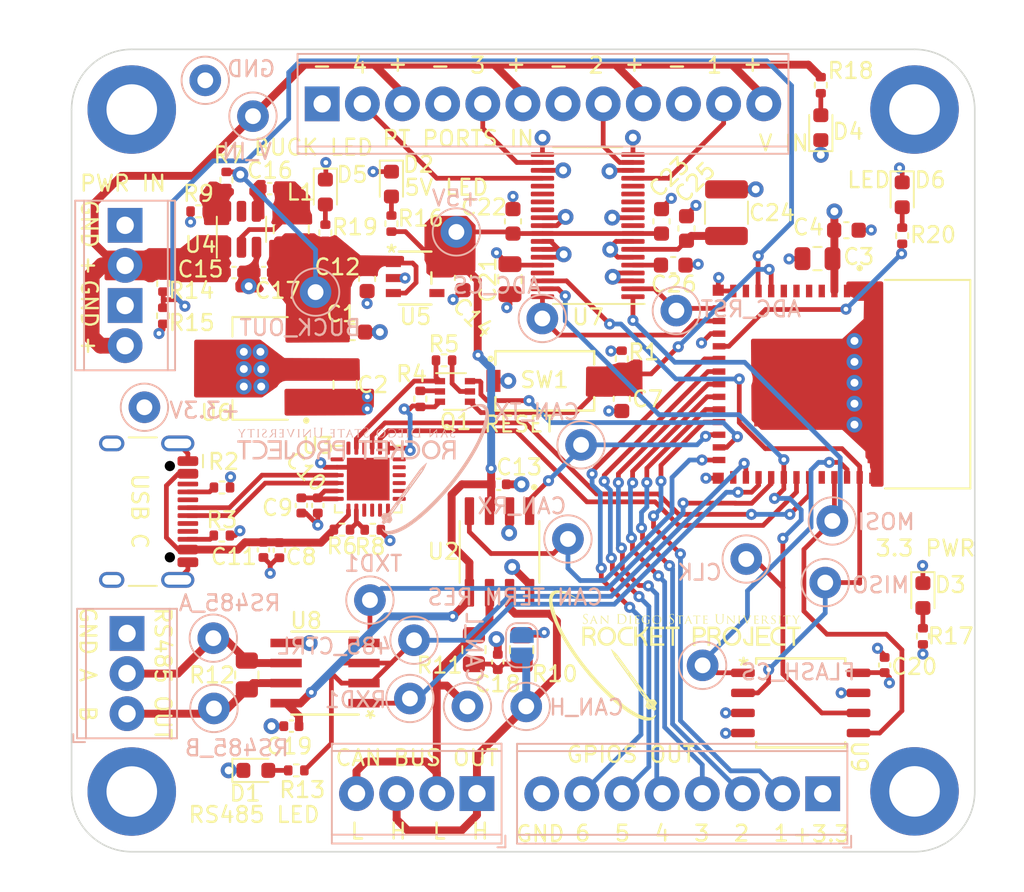
<source format=kicad_pcb>
(kicad_pcb (version 20221018) (generator pcbnew)
  (layers (0 "F.Cu" signal) (1 "In1.Cu" power) (2 "In2.Cu" power) (31 "B.Cu" signal) (34 "B.Paste" user) (35 "F.Paste" user) (36 "B.SilkS" user "B.Silkscreen") (37 "F.SilkS" user "F.Silkscreen") (38 "B.Mask" user) (39 "F.Mask" user) (44 "Edge.Cuts" user))
  (net 0 "")
  (net 1 "BUCK_OUT")
  (net 2 "GND")
  (net 3 "+3.3V")
  (net 4 "RESET")
  (net 5 "VBUS")
  (net 6 "/3.45V")
  (net 7 "+5V")
  (net 8 "V IN")
  (net 9 "/SW")
  (net 10 "/BST")
  (net 11 "Net-(C18-Pad2)")
  (net 12 "Net-(U7-REFCAP)")
  (net 13 "Net-(U7-REFIO)")
  (net 14 "Net-(D1-A)")
  (net 15 "Net-(D2-A)")
  (net 16 "Net-(D3-A)")
  (net 17 "Net-(D4-A)")
  (net 18 "Net-(D5-A)")
  (net 19 "Net-(D6-A)")
  (net 20 "Net-(J2-CC1)")
  (net 21 "D+")
  (net 22 "D-")
  (net 24 "Net-(J2-CC2)")
  (net 26 "B")
  (net 27 "A")
  (net 28 "AN_IN_0")
  (net 29 "AN_IN_1")
  (net 30 "AN_IN_2")
  (net 31 "AN_IN_3")
  (net 32 "GPIO_0")
  (net 33 "CAN_H")
  (net 34 "CAN_L")
  (net 35 "DTR")
  (net 36 "Net-(Q1A-B1)")
  (net 37 "RTS")
  (net 38 "Net-(Q1B-B2)")
  (net 39 "Net-(U3-VBUS)")
  (net 40 "/FB")
  (net 41 "Net-(SW2-B)")
  (net 42 "485_CONTROL")
  (net 43 "V_BATT")
  (net 44 "LED_OUT")
  (net 45 "CLK")
  (net 46 "MOSI")
  (net 47 "MISO")
  (net 48 "ADC_CS")
  (net 49 "FLASH_CS")
  (net 50 "ADC_RST")
  (net 51 "RXD1")
  (net 52 "TXD1")
  (net 53 "CAN_TX")
  (net 54 "CAN_RX")
  (net 61 "RXD0")
  (net 62 "TXD0")
  (net 89 "GPIO_OUT_0")
  (net 90 "GPIO_OUT_1")
  (net 91 "GPIO_OUT_2")
  (net 92 "GPIO_OUT_3")
  (net 93 "GPIO_OUT_4")
  (net 94 "GPIO_OUT_5")
  (footprint "Inductor_SMD:L_1008_2520Metric" (layer "F.Cu") (at 39.3 36.79 -90)
    (fp_text reference "L1")
    (fp_text value "3.3uH")
  )
  (footprint "Resistor_SMD:R_0402_1005Metric" (layer "F.Cu") (at 33.440001 35.655)
    (fp_text reference "R9")
    (fp_text value "10k")
  )
  (footprint "Resistor_SMD:R_0402_1005Metric" (layer "F.Cu") (at 35.200001 33.67 90)
    (fp_text reference "R7")
    (fp_text value "52.3k")
  )
  (footprint "Resistor_SMD:R_0402_1005Metric" (layer "F.Cu") (at 79.27 62.56125 90)
    (fp_text reference "R17")
    (fp_text value "R")
  )
  (footprint "Capacitor_SMD:C_0402_1005Metric" (layer "F.Cu") (at 39.94 54.2775 -90)
    (fp_text reference "C9")
    (fp_text value "0.1uf")
  )
  (footprint "Resistor_SMD:R_0402_1005Metric" (layer "F.Cu") (at 47.47 47.53 90)
    (fp_text reference "R4")
    (fp_text value "10k")
  )
  (footprint "TJA1050T:SOIC127P600X175-8N" (layer "F.Cu") (at 52.48 57.22 -90)
    (fp_text reference "U2")
    (fp_text value "TJA1050T_CM_118")
  )
  (footprint "Capacitor_SMD:C_1210_3225Metric" (layer "F.Cu") (at 66.84 35.74 -90)
    (fp_text reference "C24")
    (fp_text value "22uF")
  )
  (footprint "Capacitor_SMD:C_0402_1005Metric" (layer "F.Cu") (at 38.549999 57.11 -90)
    (fp_text reference "C8")
    (fp_text value "4.7uf")
  )
  (footprint "Resistor_SMD:R_0402_1005Metric" (layer "F.Cu") (at 48.97 45.09)
    (fp_text reference "R5")
    (fp_text value "10k")
  )
  (footprint "Resistor_SMD:R_0805_2012Metric" (layer "F.Cu") (at 53.88 63.405 -90)
    (fp_text reference "R10")
    (fp_text value "60")
  )
  (footprint "Resistor_SMD:R_0402_1005Metric" (layer "F.Cu") (at 72.81 27.67 -90)
    (fp_text reference "R18")
    (fp_text value "R")
  )
  (footprint "TCR2EF50:SOT_EF50_LMCT_TOS" (layer "F.Cu") (at 47.14 39.88)
    (fp_text reference "U5")
    (fp_text value "TCR2EF50_LMCT")
  )
  (footprint "Package_SO:TSSOP-38_4.4x9.7mm_P0.5mm" (layer "F.Cu") (at 58.06 36.56 180)
    (fp_text reference "U7")
    (fp_text value "ADS8684")
  )
  (footprint "LED_SMD:LED_0603_1608Metric" (layer "F.Cu") (at 72.81 30.3575 90)
    (fp_text reference "D4")
    (fp_text value "LED")
  )
  (footprint "Capacitor_SMD:C_0402_1005Metric" (layer "F.Cu") (at 35.680001 39.53)
    (fp_text reference "C15")
    (fp_text value "10uF")
  )
  (footprint "Capacitor_SMD:C_0603_1608Metric" (layer "F.Cu") (at 64.31 36.74 -90)
    (fp_text reference "C25")
    (fp_text value "1uF")
  )
  (footprint "Resistor_SMD:R_0805_2012Metric" (layer "F.Cu") (at 36.49 65.01 90)
    (fp_text reference "R12")
    (fp_text value "120")
  )
  (footprint "Resistor_SMD:R_0402_1005Metric" (layer "F.Cu") (at 42.510001 55.8075 180)
    (fp_text reference "R6")
    (fp_text value "22.1k")
  )
  (footprint "Package_DFN_QFN:QFN-24-1EP_4x4mm_P0.5mm_EP2.7x2.7mm" (layer "F.Cu") (at 44.17 52.61)
    (fp_text reference "U3")
    (fp_text value "CP2102N-Axx-xQFN24")
  )
  (footprint "Capacitor_SMD:C_0603_1608Metric" (layer "F.Cu") (at 60.215001 47.520318 -90)
    (fp_text reference "C7")
    (fp_text value "1uF")
  )
  (footprint "Resistor_SMD:R_0402_1005Metric" (layer "F.Cu") (at 60.21545 44.990318 -90)
    (fp_text reference "R1")
    (fp_text value "10k")
  )
  (footprint "Capacitor_SMD:C_0603_1608Metric" (layer "F.Cu") (at 50.17 39.87 -90)
    (fp_text reference "C14")
    (fp_text value "1uF")
  )
  (footprint "MountingHole:MountingHole_3.2mm_M3_DIN965_Pad" (layer "F.Cu") (at 29.21 29.21 90)
    (fp_text reference "H1" hide)
    (fp_text value "MountingHole_Pad")
  )
  (footprint "Resistor_SMD:R_0805_2012Metric" (layer "F.Cu") (at 50.86 63.4075 90)
    (fp_text reference "R11")
    (fp_text value "60")
  )
  (footprint "Resistor_SMD:R_0402_1005Metric" (layer "F.Cu") (at 31.2 40.230002 -90)
    (fp_text reference "R14")
    (fp_text value "R")
  )
  (footprint "Resistor_SMD:R_0402_1005Metric" (layer "F.Cu") (at 39.62 71.05 180)
    (fp_text reference "R13")
    (fp_text value "R")
  )
  (footprint "LED_SMD:LED_0603_1608Metric" (layer "F.Cu") (at 45.640001 33.930002 -90)
    (fp_text reference "D2")
    (fp_text value "LED")
  )
  (footprint "LED_SMD:LED_0603_1608Metric" (layer "F.Cu") (at 41.46 34.4325 -90)
    (fp_text reference "D5")
    (fp_text value "LED")
  )
  (footprint "Capacitor_SMD:C_0603_1608Metric" (layer "F.Cu") (at 62.73 36.29 -90)
    (fp_text reference "C23")
    (fp_text value "1uF")
  )
  (footprint "LED_SMD:LED_0603_1608Metric" (layer "F.Cu") (at 79.27 59.981251 -90)
    (fp_text reference "D3")
    (fp_text value "LED")
  )
  (footprint "MountingHole:MountingHole_3.2mm_M3_DIN965_Pad" (layer "F.Cu") (at 29.21 72.39)
    (fp_text reference "H3" hide)
    (fp_text value "MountingHole_Pad")
  )
  (footprint "Resistor_SMD:R_0402_1005Metric" (layer "F.Cu") (at 44.46 55.8175 180)
    (fp_text reference "R8")
    (fp_text value "47.5k")
  )
  (footprint "Connector_USB:USB_C_Receptacle_HCTL_HC-TYPE-C-16P-01A" (layer "F.Cu") (at 29.015 54.67 -90)
    (fp_text reference "J2" hide)
    (fp_text value "USB_C_Receptacle_USB2.0")
  )
  (footprint "Capacitor_SMD:C_0402_1005Metric" (layer "F.Cu") (at 39.31 68.25 180)
    (fp_text reference "C19")
    (fp_text value "0.1uF")
  )
  (footprint "MountingHole:MountingHole_3.2mm_M3_DIN965_Pad" (layer "F.Cu") (at 78.74 29.21)
    (fp_text reference "H2" hide)
    (fp_text value "MountingHole_Pad")
  )
  (footprint "W25Q16JVSSIQ:W25Q16JVSSIQ_WIN" (layer "F.Cu") (at 71.54 66.78)
    (fp_text reference "U9")
    (fp_text value "W25Q16JVSSIQ")
  )
  (footprint "Capacitor_SMD:C_0402_1005Metric" (layer "F.Cu") (at 76.85 64.38 90)
    (fp_text reference "C20")
    (fp_text value "0.1uF")
  )
  (footprint "Capacitor_SMD:C_0603_1608Metric" (layer "F.Cu") (at 44.100001 39.930001 -90)
    (fp_text reference "C12")
    (fp_text value "0.1uF")
  )
  (footprint "Package_TO_SOT_SMD:SOT-363_SC-70-6" (layer "F.Cu") (at 49.66 47.06)
    (fp_text reference "Q1")
    (fp_text value "MBT2222ADW1T1")
  )
  (footprint "Resistor_SMD:R_0402_1005Metric" (layer "F.Cu") (at 41.46 37.009999 90)
    (fp_text reference "R19")
    (fp_text value "R")
  )
  (footprint "PTS636 SM50J SMTR LFS:SW_PTS636_CNK" (layer "F.Cu") (at 55.345 46.390318)
    (fp_text reference "SW1")
    (fp_text value "RESET")
  )
  (footprint "Capacitor_SMD:C_0603_1608Metric" (layer "F.Cu") (at 43.185 43.3)
    (fp_text reference "C1")
    (fp_text value "1uF")
  )
  (footprint "Capacitor_SMD:C_0805_2012Metric" (layer "F.Cu") (at 42.71 46.64 -90)
    (fp_text reference "C2")
    (fp_text value "1uF")
  )
  (footprint "Resistor_SMD:R_0402_1005Metric" (layer "F.Cu") (at 31.19 42.27 -90)
    (fp_text reference "R15")
    (fp_text value "R")
  )
  (footprint "Resistor_SMD:R_0402_1005Metric" (layer "F.Cu") (at 34.91 56.18)
    (fp_text reference "R3")
    (fp_text value "5.1k")
  )
  (footprint "Capacitor_SMD:C_0603_1608Metric" (layer "F.Cu") (at 53.33 36.29 -90)
    (fp_text reference "C22")
    (fp_text value "1uF")
  )
  (footprint "Resistor_SMD:R_0402_1005Metric" (layer "F.Cu") (at 34.92 53.14)
    (fp_text reference "R2")
    (fp_text value "5.1k")
  )
  (footprint "Package_TO_SOT_SMD:TSOT-23-6" (layer "F.Cu") (at 36.15 36.7925 90)
    (fp_text reference "U4")
    (fp_text value "AP62150Z6-7")
  )
  (footprint "Resistor_SMD:R_0402_1005Metric" (layer "F.Cu") (at 45.64 36.43 90)
    (fp_text reference "R16")
    (fp_text value "R")
  )
  (footprint "Capacitor_SMD:C_0402_1005Metric" (layer "F.Cu") (at 52.37 64.1875 -90)
    (fp_text reference "C18")
    (fp_text value "47nf")
  )
  (footprint "MAX485CSA_T:21-0041-3-M_90-0096-8L_MXM" (layer "F.Cu") (at 41.44 64.89 180)
    (fp_text reference "U8")
    (fp_text value "MAX485CSA+T")
  )
  (footprint "Resistor_SMD:R_0402_1005Metric" (layer "F.Cu") (at 77.96 37.2 90)
    (fp_text reference "R20")
    (fp_text value "R")
  )
  (footprint "Capacitor_SMD:C_0805_2012Metric" (layer "F.Cu") (at 72.6 38.65 180)
    (fp_text reference "C3")
    (fp_text value "10uF")
  )
  (footprint "Capacitor_SMD:C_0402_1005Metric" (layer "F.Cu") (at 37.56 39.53 180)
    (fp_text reference "C17")
    (fp_text value "22uF")
  )
  (footprint "Capacitor_SMD:C_0402_1005Metric" (layer "F.Cu") (at 37.54 57.09 -90)
    (fp_text reference "C11")
    (fp_text value "0.1uf")
  )
  (footprint "ESP32-PICO-MINI-02:MODULE_ESP32-PICO-MINI-02" (layer "F.Cu") (at 71.27 46.6 -90)
    (fp_text reference "U1" hide)
    (fp_text value "ESP32-PICO-MINI-02")
  )
  (footprint "Capacitor_SMD:C_0805_2012Metric" (layer "F.Cu") (at 53.14 39.95 90)
    (fp_text reference "C21")
    (fp_text value "10uF")
  )
  (footprint "MountingHole:MountingHole_3.2mm_M3_DIN965_Pad" (layer "F.Cu") (at 78.74 72.38)
    (fp_text reference "H4" hide)
    (fp_text value "MountingHole_Pad")
  )
  (footprint "LED_SMD:LED_0603_1608Metric" (layer "F.Cu") (at 77.96 34.61 -90)
    (fp_text reference "D6")
    (fp_text value "LED")
  )
  (footprint "LED_SMD:LED_0603_1608Metric" (layer "F.Cu") (at 37.060001 71.05)
    (fp_text reference "D1")
    (fp_text value "LED")
  )
  (footprint "Capacitor_SMD:C_0402_1005Metric" (layer "F.Cu") (at 52.43 52.94)
    (fp_text reference "C13")
    (fp_text value "1uF")
  )
  (footprint "Capacitor_SMD:C_0603_1608Metric" (layer "F.Cu") (at 63.47 39.06)
    (fp_text reference "C26")
    (fp_text value "10uF")
  )
  (footprint "Capacitor_SMD:C_0402_1005Metric" (layer "F.Cu") (at 37.94 34.22)
    (fp_text reference "C16")
    (fp_text value "100nF")
  )
  (footprint "Capacitor_SMD:C_0402_1005Metric" (layer "F.Cu") (at 40.980001 54.2775 -90)
    (fp_text reference "C10")
    (fp_text value "4.7uf")
  )
  (footprint "LOGO:RP_Logo" (layer "F.Cu") (at 63.57 63.78)
    (fp_text reference "G***" hide)
    (fp_text value "LOGO" hide)
  )
  (footprint "TLV1117LV33DCYR:VREG_TLV1117LV33DCYR" (layer "F.Cu") (at 37.33 45.6 180)
    (fp_text reference "U6")
    (fp_text value "TLV1117LV33DCYR")
  )
  (footprint "Capacitor_SMD:C_0603_1608Metric" (layer "F.Cu") (at 74.43 36.85)
    (fp_text reference "C4")
    (fp_text value "0.1uF")
  )
  (footprint "TestPoint:TestPoint_Loop_D1.80mm_Drill1.0mm_Beaded" (layer "B.Cu") (at 73.54 55.26 180)
    (fp_text reference "TP7" hide)
    (fp_text value "TestPoint")
  )
  (footprint "TestPoint:TestPoint_Loop_D1.80mm_Drill1.0mm_Beaded" (layer "B.Cu") (at 34.41 67.13 90)
    (fp_text reference "TP16" hide)
    (fp_text value "TestPoint")
  )
  (footprint "TestPoint:TestPoint_Loop_D1.80mm_Drill1.0mm_Beaded" (layer "B.Cu") (at 34.37 62.68 90)
    (fp_text reference "TP15" hide)
    (fp_text value "TestPoint")
  )
  (footprint "TestPoint:TestPoint_Loop_D1.80mm_Drill1.0mm_Beaded" (layer "B.Cu") (at 46.81 66.5 90)
    (fp_text reference "TP12" hide)
    (fp_text value "TestPoint")
  )
  (footprint "TestPoint:TestPoint_Loop_D1.80mm_Drill1.0mm_Beaded" (layer "B.Cu") (at 30.01 48.06 90)
    (fp_text reference "TP5" hide)
    (fp_text value "TestPoint")
  )
  (footprint "LOGO:RP_Logo" (layer "B.Cu") (at 43.85 51.98 180)
    (fp_text reference "G***" hide)
    (fp_text value "LOGO" hide)
  )
  (footprint "TerminalBlock_Phoenix:TerminalBlock_Phoenix_MPT-0,5-4-2.54_1x04_P2.54mm_Horizontal" (layer "B.Cu") (at 28.79 44.16 90)
    (fp_text reference "J1" hide)
    (fp_text value "PWR_IN")
  )
  (footprint "TestPoint:TestPoint_Loop_D1.80mm_Drill1.0mm_Beaded" (layer "B.Cu") (at 33.86 27.36 180)
    (fp_text reference "TP1" hide)
    (fp_text value "TestPoint")
  )
  (footprint "TestPoint:TestPoint_Loop_D1.80mm_Drill1.0mm_Beaded" (layer "B.Cu") (at 73.09 59.16 180)
    (fp_text reference "TP8" hide)
    (fp_text value "TestPoint")
  )
  (footprint "TestPoint:TestPoint_Loop_D1.80mm_Drill1.0mm_Beaded" (layer "B.Cu") (at 54.17 67 180)
    (fp_text reference "TP19" hide)
    (fp_text value "TestPoint")
  )
  (footprint "TestPoint:TestPoint_Loop_D1.80mm_Drill1.0mm_Beaded" (layer "B.Cu") (at 36.88 29.63 180)
    (fp_text reference "TP2" hide)
    (fp_text value "TestPoint")
  )
  (footprint "TerminalBlock_Phoenix:TerminalBlock_Phoenix_MPT-0,5-12-2.54_1x12_P2.54mm_Horizontal" (layer "B.Cu") (at 41.26 28.85)
    (fp_text reference "J4" hide)
    (fp_text value "PT_IN")
  )
  (footprint "TestPoint:TestPoint_Loop_D1.80mm_Drill1.0mm_Beaded" (layer "B.Cu") (at 49.75 36.96 90)
    (fp_text reference "TP4" hide)
    (fp_text value "TestPoint")
  )
  (footprint "TestPoint:TestPoint_Loop_D1.80mm_Drill1.0mm_Beaded" (layer "B.Cu") (at 50.45 67 180)
    (fp_text reference "TP20" hide)
    (fp_text value "TestPoint")
  )
  (footprint "TestPoint:TestPoint_Loop_D1.80mm_Drill1.0mm_Beaded" (layer "B.Cu") (at 55.19 42.440001 180)
    (fp_text reference "TP9" hide)
    (fp_text value "TestPoint")
  )
  (footprint "TestPoint:TestPoint_Loop_D1.80mm_Drill1.0mm_Beaded" (layer "B.Cu") (at 56.81 56.4 180)
    (fp_text reference "TP18" hide)
    (fp_text value "TestPoint")
  )
  (footprint "TestPoint:TestPoint_Loop_D1.80mm_Drill1.0mm_Beaded" (layer "B.Cu") (at 44.28 60.27 90)
    (fp_text reference "TP13" hide)
    (fp_text value "TestPoint")
  )
  (footprint "TestPoint:TestPoint_Loop_D1.80mm_Drill1.0mm_Beaded" (layer "B.Cu") (at 68.09 57.67 180)
    (fp_text reference "TP6" hide)
    (fp_text value "TestPoint")
  )
  (footprint "TestPoint:TestPoint_Loop_D1.80mm_Drill1.0mm_Beaded" (layer "B.Cu") (at 65.33 64.4 180)
    (fp_text reference "TP10" hide)
    (fp_text value "TestPoint")
  )
  (footprint "TestPoint:TestPoint_Loop_D1.80mm_Drill1.0mm_Beaded" (layer "B.Cu") (at 40.84 40.77 180)
    (fp_text reference "TP3" hide)
    (fp_text value "TestPoint")
  )
  (footprint "Jumper:SolderJumper-2_P1.3mm_Open_RoundedPad1.0x1.5mm" (layer "B.Cu") (at 53.89 63.127501 90)
    (fp_text reference "SW2" hide)
    (fp_text value "SW_SPST")
  )
  (footprint "TerminalBlock_Phoenix:TerminalBlock_Phoenix_MPT-0,5-4-2.54_1x04_P2.54mm_Horizontal" (layer "B.Cu") (at 51.05 72.52 180)
    (fp_text reference "J6" hide)
    (fp_text value "CAN_TERMINAL")
  )
  (footprint "TestPoint:TestPoint_Loop_D1.80mm_Drill1.0mm_Beaded" (layer "B.Cu") (at 63.67 41.94 180)
    (fp_text reference "TP11" hide)
    (fp_text value "TestPoint")
  )
  (footprint "TestPoint:TestPoint_Loop_D1.80mm_Drill1.0mm_Beaded" (layer "B.Cu") (at 57.64 50.44 180)
    (fp_text reference "TP17" hide)
    (fp_text value "TestPoint")
  )
  (footprint "TerminalBlock_Phoenix:TerminalBlock_Phoenix_MPT-0,5-3-2.54_1x03_P2.54mm_Horizontal" (layer "B.Cu") (at 28.91 67.46 90)
    (fp_text reference "J3" hide)
    (fp_text value "RS485 Out")
  )
  (footprint "TerminalBlock_Phoenix:TerminalBlock_Phoenix_MPT-0,5-8-2.54_1x08_P2.54mm_Horizontal" (layer "B.Cu") (at 72.93 72.53 180)
    (fp_text reference "J5" hide)
    (fp_text value "GPIO_OUT")
  )
  (footprint "TestPoint:TestPoint_Loop_D1.80mm_Drill1.0mm_Beaded" (layer "B.Cu") (at 47.07 62.81 90)
    (fp_text reference "TP14" hide)
    (fp_text value "TestPoint")
  )
  (gr_arc (start 78.74 25.4) (mid 81.434076 26.515923) (end 82.55 29.21) (stroke (width 0.1)) (layer "Edge.Cuts"))
  (gr_arc (start 25.4 29.21) (mid 26.515923 26.515924) (end 29.21 25.4) (stroke (width 0.1)) (layer "Edge.Cuts"))
  (gr_line (start 78.74 76.2) (end 29.21 76.2) (stroke (width 0.1)) (layer "Edge.Cuts"))
  (gr_line (start 82.55 29.21) (end 82.55 72.39) (stroke (width 0.1)) (layer "Edge.Cuts"))
  (gr_arc (start 29.21 76.2) (mid 26.515924 75.084077) (end 25.4 72.39) (stroke (width 0.1)) (layer "Edge.Cuts"))
  (gr_line (start 25.4 72.39) (end 25.4 29.21) (stroke (width 0.1)) (layer "Edge.Cuts"))
  (gr_arc (start 82.55 72.39) (mid 81.434077 75.084076) (end 78.74 76.2) (stroke (width 0.1)) (layer "Edge.Cuts"))
  (gr_line (start 29.21 25.4) (end 78.74 25.4) (stroke (width 0.1)) (layer "Edge.Cuts"))
  (gr_text "+3.3V" (at 36.17 48.84) (layer "B.SilkS") (effects (font (size 1 1)) (justify left bottom mirror)))
  (gr_text "FLASH_CS" (at 75.09 65.41) (layer "B.SilkS") (effects (font (size 1 1)) (justify left bottom mirror)))
  (gr_text "BUCK_OUT" (at 43.8 43.61) (layer "B.SilkS") (effects (font (size 1 1)) (justify left bottom mirror)))
  (gr_text "+5V" (at 51.35 35.41) (layer "B.SilkS") (effects (font (size 1 1)) (justify left bottom mirror)))
  (gr_text "TXD1" (at 46.42 58.54) (layer "B.SilkS") (effects (font (size 1 1)) (justify left bottom mirror)))
  (gr_text "MISO" (at 78.5 59.9) (layer "B.SilkS") (effects (font (size 1 1)) (justify left bottom mirror)))
  (gr_text "485_CTRL" (at 45.74 63.78) (layer "B.SilkS") (effects (font (size 1 1)) (justify left bottom mirror)))
  (gr_text "ADC_RST" (at 71.65 42.43) (layer "B.SilkS") (effects (font (size 1 1)) (justify left bottom mirror)))
  (gr_text "CAN TERM RES" (at 59.12 60.67) (layer "B.SilkS") (effects (font (size 1 1)) (justify left bottom mirror)))
  (gr_text "CAN_RX" (at 56.81 54.9) (layer "B.SilkS") (effects (font (size 1 1)) (justify left bottom mirror)))
  (gr_text "CAN_H" (at 60.44 67.64) (layer "B.SilkS") (effects (font (size 1 1)) (justify left bottom mirror)))
  (gr_text "RS485_A" (at 38.72 61.04) (layer "B.SilkS") (effects (font (size 1 1)) (justify left bottom mirror)))
  (gr_text "MOSI" (at 78.85 55.9) (layer "B.SilkS") (effects (font (size 1 1)) (justify left bottom mirror)))
  (gr_text "CAN_TX" (at 57.64 48.94) (layer "B.SilkS") (effects (font (size 1 1)) (justify left bottom mirror)))
  (gr_text "GND" (at 38.39 27.22) (layer "B.SilkS") (effects (font (size 1 1)) (justify left bottom mirror)))
  (gr_text "ADC_CS" (at 55.19 40.940001) (layer "B.SilkS") (effects (font (size 1 1)) (justify left bottom mirror)))
  (gr_text "V_IN" (at 38.17 32.45) (layer "B.SilkS") (effects (font (size 1 1)) (justify left bottom mirror)))
  (gr_text "RXD1" (at 45.42 67.17) (layer "B.SilkS") (effects (font (size 1 1)) (justify left bottom mirror)))
  (gr_text "CAN_L" (at 50.28 65.63 -90) (layer "B.SilkS") (effects (font (size 1 1)) (justify left bottom mirror)))
  (gr_text "CLK" (at 66.64 59.1) (layer "B.SilkS") (effects (font (size 1 1)) (justify left bottom mirror)))
  (gr_text "RS485_B" (at 39.24 70.22) (layer "B.SilkS") (effects (font (size 1 1)) (justify left bottom mirror)))
  (gr_text "GND" (at 25.93 39.87 -90) (layer "F.SilkS") (effects (font (size 1 1)) (justify left bottom)))
  (gr_text "5" (at 60.254 75.62) (layer "F.SilkS") (effects (font (size 1 1)) (justify bottom)))
  (gr_text "-" (at 48.015727 27) (layer "F.SilkS") (effects (font (size 1 1)) (justify left bottom)))
  (gr_text "3" (at 50.536739 27) (layer "F.SilkS") (effects (font (size 1 1)) (justify left bottom)))
  (gr_text "GPIOS OUT" (at 56.64 70.63) (layer "F.SilkS") (effects (font (size 1 1)) (justify left bottom)))
  (gr_text "3" (at 65.282 75.62) (layer "F.SilkS") (effects (font (size 1 1)) (justify bottom)))
  (gr_text "1" (at 70.31 75.62) (layer "F.SilkS") (effects (font (size 1 1)) (justify bottom)))
  (gr_text "+" (at 45.53281 25.654203 270) (layer "F.SilkS") (effects (font (size 1 1)) (justify left bottom)))
  (gr_text "1" (at 65.508193 27) (layer "F.SilkS") (effects (font (size 1 1)) (justify left bottom)))
  (gr_text "RS485 LED" (at 36.95 74.44) (layer "F.SilkS") (effects (font (size 1 1)) (justify bottom)))
  (gr_text "5V LED" (at 46.375001 34.730002) (layer "F.SilkS") (effects (font (size 1 1)) (justify left bottom)))
  (gr_text "V IN" (at 68.79 31.92) (layer "F.SilkS") (effects (font (size 1 1)) (justify left bottom)))
  (gr_text "USB C" (at 29.12 52.16 270) (layer "F.SilkS") (effects (font (size 1 1)) (justify left bottom)))
  (gr_text "-" (at 62.987181 27) (layer "F.SilkS") (effects (font (size 1 1)) (justify left bottom)))
  (gr_text "PWR IN" (at 25.84 34.47) (layer "F.SilkS") (effects (font (size 1 1)) (justify left bottom)))
  (gr_text "L" (at 43.47 75.49) (layer "F.SilkS") (effects (font (size 1 1)) (justify bottom)))
  (gr_text "PT PORTS IN" (at 44.98 31.64) (layer "F.SilkS") (effects (font (size 1 1)) (justify left bottom)))
  (gr_text "+3.3" (at 72.83 75.66) (layer "F.SilkS") (effects (font (size 1 1)) (justify bottom)))
  (gr_text "BUCK LED" (at 36.85 32.19) (layer "F.SilkS") (effects (font (size 1 1)) (justify left bottom)))
  (gr_text "3.3 PWR" (at 76.19 57.57) (layer "F.SilkS") (effects (font (size 1 1)) (justify left bottom)))
  (gr_text "H" (at 51.258059 75.49) (layer "F.SilkS") (effects (font (size 1 1)) (justify bottom)))
  (gr_text "LED" (at 74.39 34.25) (layer "F.SilkS") (effects (font (size 1 1)) (justify left bottom)))
  (gr_text "+" (at 67.99 25.654203 270) (layer "F.SilkS") (effects (font (size 1 1)) (justify left bottom)))
  (gr_text "4" (at 62.768 75.62) (layer "F.SilkS") (effects (font (size 1 1)) (justify bottom)))
  (gr_text "B" (at 25.84 66.87 270) (layer "F.SilkS") (effects (font (size 1 1)) (justify left bottom)))
  (gr_text "RESET" (at 51.4 49.72) (layer "F.SilkS") (effects (font (size 1 1)) (justify left bottom)))
  (gr_text "H" (at 46.066019 75.49) (layer "F.SilkS") (effects (font (size 1 1)) (justify bottom)))
  (gr_text "RS485 OUT" (at 30.59 60.64 270) (layer "F.SilkS") (effects (font (size 1 1)) (justify left bottom)))
  (gr_text "-" (at 40.53 27) (layer "F.SilkS") (effects (font (size 1 1)) (justify left bottom)))
  (gr_text "CAN BUS OUT" (at 42.01 70.84) (layer "F.SilkS") (effects (font (size 1 1)) (justify left bottom)))
  (gr_text "+" (at 25.93 43.45 270) (layer "F.SilkS") (effects (font (size 1 1)) (justify left bottom)))
  (gr_text "2" (at 58.022466 27) (layer "F.SilkS") (effects (font (size 1 1)) (justify left bottom)))
  (gr_text "GND" (at 25.84 60.6 -90) (layer "F.SilkS") (effects (font (size 1 1)) (justify left bottom)))
  (gr_text "GND" (at 25.93 34.83 270) (layer "F.SilkS") (effects (font (size 1 1)) (justify left bottom)))
  (gr_text "+" (at 60.504264 25.654203 270) (layer "F.SilkS") (effects (font (size 1 1)) (justify left bottom)))
  (gr_text "A" (at 25.84 64.49 270) (layer "F.SilkS") (effects (font (size 1 1)) (justify left bottom)))
  (gr_text "4" (at 43.051012 27) (layer "F.SilkS") (effects (font (size 1 1)) (justify left bottom)))
  (gr_text "+" (at 25.93 38.37 270) (layer "F.SilkS") (effects (font (size 1 1)) (justify left bottom)))
  (gr_text "6" (at 57.74 75.62) (layer "F.SilkS") (effects (font (size 1 1)) (justify bottom)))
  (gr_text "GND" (at 55.06 75.65) (layer "F.SilkS") (effects (font (size 1 1)) (justify bottom)))
  (gr_text "+" (at 53.018537 25.654203 270) (layer "F.SilkS") (effects (font (size 1 1)) (justify left bottom)))
  (gr_text "2" (at 67.796 75.62) (layer "F.SilkS") (effects (font (size 1 1)) (justify bottom)))
  (gr_text "-" (at 55.501454 27) (layer "F.SilkS") (effects (font (size 1 1)) (justify left bottom)))
  (gr_text "L" (at 48.662039 75.49) (layer "F.SilkS") (effects (font (size 1 1)) (justify bottom)))
  (segment (start 46.539006 40.82996) (end 47.199016 40.16995) (width 0.3) (layer "F.Cu") (net 1))
  (segment (start 47.199016 39.149016) (end 46.98004 38.93004) (width 0.3) (layer "F.Cu") (net 1))
  (segment (start 47.199016 40.16995) (end 47.199016 39.149016) (width 0.3) (layer "F.Cu") (net 1))
  (segment (start 46.98004 38.93004) (end 45.76205 38.93004) (width 0.3) (layer "F.Cu") (net 1))
  (segment (start 35.91 33.16) (end 36.08 33.33) (width 0.3) (layer "F.Cu") (net 1))
  (segment (start 35.200001 33.16) (end 35.91 33.16) (width 0.3) (layer "F.Cu") (net 1))
  (segment (start 45.76205 40.82996) (end 46.539006 40.82996) (width 0.3) (layer "F.Cu") (net 1))
  (via (at 36.08 33.33) (size 1) (drill 0.5) (layers "F.Cu" "B.Cu") (net 1))
  (segment (start 36.08 33.33) (end 40.84 38.09) (width 0.3) (layer "B.Cu") (net 1))
  (segment (start 40.84 38.09) (end 40.84 40.77) (width 0.3) (layer "B.Cu") (net 1))
  (segment (start 37.97 58.57) (end 37.97 58.06) (width 0.3) (layer "F.Cu") (net 2))
  (segment (start 56.54 38.38) (end 56.22 38.06) (width 0.3) (layer "F.Cu") (net 2))
  (segment (start 52.094999 46.390318) (end 53.035001 46.390318) (width 0.3) (layer "F.Cu") (net 2))
  (segment (start 64.31 35.965) (end 64.31 35.88) (width 0.3) (layer "F.Cu") (net 2))
  (segment (start 52.37 63.7075) (end 52.37 62.83) (width 0.5) (layer "F.Cu") (net 2))
  (segment (start 52.37 62.83) (end 52.28 62.74) (width 0.5) (layer "F.Cu") (net 2))
  (segment (start 53.28 58.17) (end 54.385 59.275) (width 0.5) (layer "F.Cu") (net 2))
  (segment (start 75.99 36.85) (end 76 36.84) (width 0.3) (layer "F.Cu") (net 2))
  (segment (start 66.32 40.65) (end 66.32 39.88) (width 0.3) (layer "F.Cu") (net 2))
  (segment (start 75.205 36.85) (end 75.99 36.85) (width 0.3) (layer "F.Cu") (net 2))
  (segment (start 77.79 32.909999) (end 77.96 33.079999) (width 0.3) (layer "F.Cu") (net 2))
  (segment (start 53.115 55.995) (end 53.09 56.02) (width 0.5) (layer "F.Cu") (net 2))
  (segment (start 56.22 38.06) (end 55.1975 38.06) (width 0.3) (layer "F.Cu") (net 2))
  (segment (start 35.42 56.18) (end 35.752596 56.18) (width 0.3) (layer "F.Cu") (net 2))
  (segment (start 32.76 58.35) (end 32.12 58.99) (width 0.3) (layer "F.Cu") (net 2))
  (segment (start 65.8495 43.4) (end 65.26 43.9895) (width 0.3) (layer "F.Cu") (net 2))
  (segment (start 40.980001 54.7575) (end 40.980001 55.517499) (width 0.3) (layer "F.Cu") (net 2))
  (segment (start 56.507051 33.06) (end 56.508284 33.058767) (width 0.3) (layer "F.Cu") (net 2))
  (segment (start 32.76 50.99) (end 32.12 50.35) (width 0.3) (layer "F.Cu") (net 2))
  (segment (start 52.91 52.94) (end 53.87 52.94) (width 0.5) (layer "F.Cu") (net 2))
  (segment (start 68.685 34.265) (end 68.69 34.26) (width 0.5) (layer "F.Cu") (net 2))
  (segment (start 37.97 58) (end 37.54 57.57) (width 0.3) (layer "F.Cu") (net 2))
  (segment (start 40.980001 55.517499) (end 40.98 55.5175) (width 0.3) (layer "F.Cu") (net 2))
  (segment (start 79.27 59.193752) (end 79.27 58.10125) (width 0.3) (layer "F.Cu") (net 2))
  (segment (start 64.99 39.06) (end 64.245 39.06) (width 0.3) (layer "F.Cu") (net 2))
  (segment (start 55.1975 32.06) (end 55.1975 31.0025) (width 0.3) (layer "F.Cu") (net 2))
  (segment (start 39.94 54.7575) (end 40.22 54.7575) (width 0.3) (layer "F.Cu") (net 2))
  (segment (start 65.05 39) (end 64.99 39.06) (width 0.3) (layer "F.Cu") (net 2))
  (segment (start 59.64 39.8) (end 59.9 40.06) (width 0.3) (layer "F.Cu") (net 2))
  (segment (start 36.272501 71.05) (end 35.34 71.05) (width 0.3) (layer "F.Cu") (net 2))
  (segment (start 53.115 54.635) (end 53.115 55.995) (width 0.5) (layer "F.Cu") (net 2))
  (segment (start 56.54 38.38) (end 56.36 38.56) (width 0.3) (layer "F.Cu") (net 2))
  (segment (start 59.614358 36.06) (end 59.609106 36.054748) (width 0.3) (layer "F.Cu") (net 2))
  (segment (start 53.14 40.9) (end 53.14 41.55) (width 0.3) (layer "F.Cu") (net 2))
  (segment (start 41.49 33.615) (end 41.46 33.645) (width 0.3) (layer "F.Cu") (net 2))
  (segment (start 44.97 55.92) (end 44.97 55.8175) (width 0.3) (layer "F.Cu") (net 2))
  (segment (start 59.4855 38.08) (end 59.9655 38.56) (width 0.3) (layer "F.Cu") (net 2))
  (segment (start 56.61 36.06) (end 55.1975 36.06) (width 0.3) (layer "F.Cu") (net 2))
  (segment (start 67.27 40.7) (end 66.37 40.7) (width 0.3) (layer "F.Cu") (net 2))
  (segment (start 59.4855 38.08) (end 59.4855 37.9245) (width 0.3) (layer "F.Cu") (net 2))
  (segment (start 35.752596 56.18) (end 36.051486 55.88111) (width 0.3) (layer "F.Cu") (net 2))
  (segment (start 45.76205 39.88) (end 46.499016 39.88) (width 0.3) (layer "F.Cu") (net 2))
  (segment (start 45.640001 33.142502) (end 44.482502 33.142502) (width 0.3) (layer "F.Cu") (net 2))
  (segment (start 76.85 63.9) (end 76.85 63.77) (width 0.3) (layer "F.Cu") (net 2))
  (segment (start 53.14 41.55) (end 52.94 41.75) (width 0.3) (layer "F.Cu") (net 2))
  (segment (start 59.85 37.56) (end 60.9225 37.56) (width 0.3) (layer "F.Cu") (net 2))
  (segment (start 65.54 52.55) (end 66.32 52.55) (width 0.3) (layer "F.Cu") (net 2))
  (segment (start 66.84 34.265) (end 68.685 34.265) (width 0.5) (layer "F.Cu") (net 2))
  (segment (start 59.9 40.06) (end 60.9225 40.06) (width 0.3) (layer "F.Cu") (net 2))
  (segment (start 44.100001 41.489999) (end 44.1 41.49) (width 0.3) (layer "F.Cu") (net 2))
  (segment (start 55.1975 33.06) (end 56.507051 33.06) (width 0.3) (layer "F.Cu") (net 2))
  (segment (start 41.49 32.569999) (end 41.49 33.615) (width 0.3) (layer "F.Cu") (net 2))
  (segment (start 40.465 62.985) (end 40.47 62.99) (width 0.3) (layer "F.Cu") (net 2))
  (segment (start 32.930001 36.33) (end 32.930001 35.655) (width 0.3) (layer "F.Cu") (net 2))
  (segment (start 62.73 35.45) (end 63.35 34.83) (width 0.3) (layer "F.Cu") (net 2))
  (segment (start 60.9225 30.9925) (end 60.92 30.99) (width 0.3) (layer "F.Cu") (net 2))
  (segment (start 38.44 57.59) (end 38.549999 57.59) (width 0.3) (layer "F.Cu") (net 2))
  (segment (start 44.482502 33.142502) (end 44.48 33.14) (width 0.3) (layer "F.Cu") (net 2))
  (segment (start 49.54 41.24) (end 49.575 41.24) (width 0.3) (layer "F.Cu") (net 2))
  (segment (start 31.19 43.13) (end 31.19 42.78) (width 0.3) (layer "F.Cu") (net 2))
  (segment (start 59.496176 33.06) (end 59.43938 33.116796) (width 0.3) (layer "F.Cu") (net 2))
  (segment (start 71.65 38.65) (end 70.82 38.65) (width 0.3) (layer "F.Cu") (net 2))
  (segment (start 30.93 43.39) (end 31.19 43.13) (width 0.3) (layer "F.Cu") (net 2))
  (segment (start 37.97 58.06) (end 38.44 57.59) (width 0.3) (layer "F.Cu") (net 2))
  (segment (start 55.72 37.56) (end 55.1975 37.56) (width 0.3) (layer "F.Cu") (net 2))
  (segment (start 67.8824 68.685) (end 66.805 68.685) (width 0.3) (layer "F.Cu") (net 2))
  (segment (start 41.16 51.58) (end 41.44 51.86) (width 0.3) (layer "F.Cu") (net 2))
  (segment (start 66.32 39.88) (end 66.35 39.85) (width 0.3) (layer "F.Cu") (net 2))
  (segment (start 60.9225 32.06) (end 60.9225 30.9925) (width 0.3) (layer "F.Cu") (net 2))
  (segment (start 60.9225 33.06) (end 59.496176 33.06) (width 0.3) (layer "F.Cu") (net 2))
  (segment (start 59.4855 37.9245) (end 59.85 37.56) (width 0.3) (layer "F.Cu") (net 2))
  (segment (start 43.96 43.3) (end 44.91 43.3) (width 0.5) (layer "F.Cu") (net 2))
  (segment (start 56.66 36.01) (end 56.11 36.56) (width 0.3) (layer "F.Cu") (net 2))
  (segment (start 64.31 35.88) (end 64.91 35.28) (width 0.3) (layer "F.Cu") (net 2))
  (segment (start 59.9655 38.56) (end 60.9225 38.56) (width 0.3) (layer "F.Cu") (net 2))
  (segment (start 54.385 59.275) (end 54.385 59.805) (width 0.5) (layer "F.Cu") (net 2))
  (segment (start 60.9225 39.56) (end 59.88 39.56) (width 0.3) (layer "F.Cu") (net 2))
  (segment (start 44.17 52.61) (end 43.42 51.86) (width 0.3) (layer "F.Cu") (net 2))
  (segment (start 59.39545 48.295318) (end 60.215001 48.295318) (width 0.3) (layer "F.Cu") (net 2))
  (segment (start 41.44 51.86) (end 42.2075 51.86) (width 0.3) (layer "F.Cu") (net 2))
  (segment (start 66.37 40.7) (end 66.32 40.65) (width 0.3) (layer "F.Cu") (net 2))
  (segment (start 66.805 68.685) (end 66.79 68.7) (width 0.3) (layer "F.Cu") (net 2))
  (segment (start 76.85 63.77) (end 76.4 63.32) (width 0.3) (layer "F.Cu") (net 2))
  (segment (start 53.33 35.515) (end 53.33 34.71) (width 0.3) (layer "F.Cu") (net 2))
  (segment (start 60.9225 36.06) (end 59.614358 36.06) (width 0.3) (layer "F.Cu") (net 2))
  (segment (start 79.27 58.10125) (end 79.25 58.081251) (width 0.3) (layer "F.Cu") (net 2))
  (segment (start 56.54 38.38) (end 55.72 37.56) (width 0.3) (layer "F.Cu") (net 2))
  (segment (start 45.55 56.5) (end 44.97 55.92) (width 0.3) (layer "F.Cu") (net 2))
  (segment (start 32.76 51.47) (end 32.76 50.99) (width 0.3) (layer "F.Cu") (net 2))
  (segment (start 38.83 68.25) (end 38.05 68.25) (width 0.3) (layer "F.Cu") (net 2))
  (segment (start 38.975001 62.985) (end 40.465 62.985) (width 0.3) (layer "F.Cu") (net 2))
  (segment (start 70.82 38.65) (end 70.8 38.67) (width 0.3) (layer "F.Cu") (net 2))
  (segment (start 35.43 53.14) (end 35.43 52.5) (width 0.3) (layer "F.Cu") (net 2))
  (segment (start 56.11 36.56) (end 55.1975 36.56) (width 0.3) (layer "F.Cu") (net 2))
  (segment (start 56.36 38.56) (end 55.1975 38.56) (width 0.3) (layer "F.Cu") (net 2))
  (segment (start 77.96 33.079999) (end 77.96 33.822499) (width 0.3) (layer "F.Cu") (net 2))
  (segment (start 56.66 36.01) (end 56.61 36.06) (width 0.3) (layer "F.Cu") (net 2))
  (segment (start 37.97 58.57) (end 37.97 58) (width 0.3) (layer "F.Cu") (net 2))
  (segment (start 44.100001 40.705001) (end 44.100001 41.489999) (width 0.3) (layer "F.Cu") (net 2))
  (segment (start 72.81 31.145) (end 72.81 32.08) (width 0.3) (layer "F.Cu") (net 2))
  (segment (start 49.575 41.24) (end 50.17 40.645) (width 0.3) (layer "F.Cu") (net 2))
  (segment (start 59.88 39.56) (end 59.64 39.8) (width 0.3) (layer "F.Cu") (net 2))
  (segment (start 43.42 51.86) (end 42.2075 51.86) (width 0.3) (layer "F.Cu") (net 2))
  (segment (start 35.43 52.5) (end 35.46 52.47) (width 0.3) (layer "F.Cu") (net 2))
  (segment (start 55.1975 31.0025) (end 55.2 31) (width 0.3) (layer "F.Cu") (net 2))
  (segment (start 32.76 57.87) (end 32.76 58.35) (width 0.3) (layer "F.Cu") (net 2))
  (segment (start 40.22 54.7575) (end 40.98 55.5175) (width 0.3) (layer "F.Cu") (net 2))
  (segment (start 62.73 35.515) (end 62.73 35.45) (width 0.3) (layer "F.Cu") (net 2))
  (segment (start 66.37 43.4) (end 65.8495 43.4) (width 0.3) (layer "F.Cu") (net 2))
  (via (at 56.54 38.38) (size 1) (drill 0.5) (layers "F.Cu" "B.Cu") (net 2))
  (via (at 44.1 41.49) (size 0.7) (drill 0.3) (layers "F.Cu" "B.Cu") (net 2))
  (via (at 44.11 48.16) (size 0.7) (drill 0.3) (layers "F.Cu" "B.Cu") (net 2))
  (via (at 65.54 52.55) (size 0.7) (drill 0.3) (layers "F.Cu" "B.Cu") (net 2))
  (via (at 76.4 63.32) (size 0.7) (drill 0.3) (layers "F.Cu" "B.Cu") (net 2))
  (via (at 74.94 46.51) (size 1) (drill 0.5) (layers "F.Cu" "B.Cu") (net 2))
  (via (at 74.94 49.16) (size 1) (drill 0.5) (layers "F.Cu" "B.Cu") (net 2))
  (via (at 44.48 33.14) (size 0.7) (drill 0.3) (layers "F.Cu" "B.Cu") (net 2))
  (via (at 53.28 58.17) (size 1) (drill 0.5) (layers "F.Cu" "B.Cu") (net 2))
  (via (at 35.34 71.05) (size 1) (drill 0.5) (layers "F.Cu" "B.Cu") (net 2))
  (via (at 52.28 62.74) (size 1) (drill 0.5) (layers "F.Cu" "B.Cu") (net 2))
  (via (at 32.930001 36.33) (size 0.7) (drill 0.3) (layers "F.Cu" "B.Cu") (net 2))
  (via (at 52.94 41.75) (size 0.7) (drill 0.3) (layers "F.Cu" "B.Cu") (net 2))
  (via (at 41.49 32.569999) (size 0.7) (drill 0.3) (layers "F.Cu" "B.Cu") (net 2))
  (via (at 59.39545 48.295318) (size 0.7) (drill 0.3) (layers "F.Cu" "B.Cu") (net 2))
  (via (at 74.94 45.185) (size 1) (drill 0.5) (layers "F.Cu" "B.Cu") (net 2))
  (via (at 56.508284 33.058767) (size 1) (drill 0.5) (layers "F.Cu" "B.Cu") (net 2))
  (via (at 59.609106 36.054748) (size 1) (drill 0.5) (layers "F.Cu" "B.Cu") (net 2))
  (via (at 72.81 32.08) (size 1) (drill 0.5) (layers "F.Cu" "B.Cu") (net 2))
  (via (at 59.43938 33.116796) (size 1) (drill 0.5) (layers "F.Cu" "B.Cu") (net 2))
  (via (at 65.05 39) (size 0.7) (drill 0.3) (layers "F.Cu" "B.Cu") (net 2))
  (via (at 30.93 43.39) (size 0.7) (drill 0.3) (layers "F.Cu" "B.Cu") (net 2))
  (via (at 79.25 58.081251) (size 0.7) (drill 0.3) (layers "F.Cu" "B.Cu") (net 2))
  (via (at 36.051486 55.88111) (size 0.7) (drill 0.3) (layers "F.Cu" "B.Cu") (net 2))
  (via (at 68.69 34.26) (size 1) (drill 0.5) (layers "F.Cu" "B.Cu") (net 2))
  (via (at 59.64 39.8) (size 1) (drill 0.5) (layers "F.Cu" "B.Cu") (net 2))
  (via (at 65.26 43.9895) (size 0.7) (drill 0.3) (layers "F.Cu" "B.Cu") (net 2))
  (via (at 45.55 56.5) (size 0.7) (drill 0.3) (layers "F.Cu" "B.Cu") (net 2))
  (via (at 41.16 51.58) (size 0.7) (drill 0.3) (layers "F.Cu" "B.Cu") (net 2))
  (via (at 40.98 55.5175) (size 0.7) (drill 0.3) (layers "F.Cu" "B.Cu") (net 2))
  (via (at 63.35 34.83) (size 0.7) (drill 0.3) (layers "F.Cu" "B.Cu") (net 2))
  (via (at 74.94 47.835) (size 1) (drill 0.5) (layers "F.Cu" "B.Cu") (net 2))
  (via (at 49.54 41.24) (size 0.7) (drill 0.3) (layers "F.Cu" "B.Cu") (net 2))
  (via (at 56.66 36.01) (size 1) (drill 0.5) (layers "F.Cu" "B.Cu") (net 2))
  (via (at 35.46 52.47) (size 0.7) (drill 0.3) (layers "F.Cu" "B.Cu") (net 2))
  (via (at 40.47 62.99) (size 1) (drill 0.5) (layers "F.Cu" "B.Cu") (net 2))
  (via (at 44.12 47.4) (size 0.7) (drill 0.3) (layers "F.Cu" "B.Cu") (net 2))
  (via (at 59.4855 38.08) (size 1) (drill 0.5) (layers "F.Cu" "B.Cu") (net 2))
  (via (at 53.035001 46.390318) (size 1) (drill 0.5) (layers "F.Cu" "B.Cu") (net 2))
  (via (at 44.91 43.3) (size 1) (drill 0.5) (layers "F.Cu" "B.Cu") (net 2))
  (via (at 53.09 56.02) (size 1) (drill 0.5) (layers "F.Cu" "B.Cu") (net 2))
  (via (at 55.2 31) (size 1) (drill 0.5) (layers "F.Cu" "B.Cu") (net 2))
  (via (at 74.94 43.86) (size 1) (drill 0.5) (layers "F.Cu" "B.Cu") (net 2))
  (via (at 46.499016 39.88) (size 0.7) (drill 0.3) (layers "F.Cu" "B.Cu") (net 2))
  (via (at 60.92 30.99) (size 1) (drill 0.5) (layers "F.Cu" "B.Cu") (net 2))
  (via (at 76 36.84) (size 0.7) (drill 0.3) (layers "F.Cu" "B.Cu") (net 2))
  (via (at 36.61 40.4) (size 1) (drill 0.5) (layers "F.Cu" "B.Cu") (net 2))
  (via (at 38.05 68.25) (size 1) (drill 0.5) (layers "F.Cu" "B.Cu") (net 2))
  (via (at 53.87 52.94) (size 1) (drill 0.5) (layers "F.Cu" "B.Cu") (net 2))
  (via (at 66.79 68.7) (size 0.7) (drill 0.3) (layers "F.Cu" "B.Cu") (net 2))
  (via (at 53.33 34.71) (size 0.7) (drill 0.3) (layers "F.Cu" "B.Cu") (net 2))
  (via (at 66.35 39.85) (size 0.7) (drill 0.3) (layers "F.Cu" "B.Cu") (net 2))
  (via (at 70.8 38.67) (size 0.7) (drill 0.3) (layers "F.Cu" "B.Cu") (net 2))
  (via (at 64.91 35.28) (size 0.7) (drill 0.3) (layers "F.Cu" "B.Cu") (net 2))
  (via (at 77.79 32.909999) (size 0.7) (drill 0.3) (layers "F.Cu" "B.Cu") (net 2))
  (via (at 37.97 58.57) (size 0.7) (drill 0.3) (layers "F.Cu" "B.Cu") (net 2))
  (segment (start 67.8824 67.415) (end 66.795 67.415) (width 0.3) (layer "F.Cu") (net 3))
  (segment (start 55.1975 39.06) (end 53.2 39.06) (width 0.3) (layer "F.Cu") (net 3))
  (segment (start 79.27 63.071249) (end 79.27 63.681251) (width 0.3) (layer "F.Cu") (net 3))
  (segment (start 75.2126 64.86) (end 75.1976 64.875) (width 0.3) (layer "F.Cu") (net 3))
  (segment (start 53.2 39.06) (end 53.14 39) (width 0.3) (layer "F.Cu") (net 3))
  (segment (start 77.15 65.16) (end 76.85 64.86) (width 0.3) (layer "F.Cu") (net 3))
  (segment (start 74.1 66.145) (end 75.1976 66.145) (width 0.3) (layer "F.Cu") (net 3))
  (segment (start 66.795 67.415) (end 66.79 67.41) (width 0.3) (layer "F.Cu") (net 3))
  (segment (start 59.53 44.5) (end 59.549682 44.480318) (width 0.3) (layer "F.Cu") (net 3))
  (segment (start 53.14 39) (end 53.01 39) (width 0.3) (layer "F.Cu") (net 3))
  (segment (start 53.01 39) (end 52.29 38.28) (width 0.3) (layer "F.Cu") (net 3))
  (segment (start 77.15 65.51) (end 77.15 65.16) (width 0.3) (layer "F.Cu") (net 3))
  (segment (start 76.85 64.86) (end 75.2126 64.86) (width 0.3) (layer "F.Cu") (net 3))
  (segment (start 59.549682 44.480318) (end 60.21545 44.480318) (width 0.3) (layer "F.Cu") (net 3))
  (segment (start 73.67 40.7) (end 73.67 35.66) (width 0.5) (layer "F.Cu") (net 3))
  (via (at 79.27 63.681251) (size 0.7) (drill 0.3) (layers "F.Cu" "B.Cu") (net 3))
  (via (at 73.67 35.66) (size 1) (drill 0.5) (layers "F.Cu" "B.Cu") (net 3))
  (via (at 59.53 44.5) (size 0.7) (drill 0.3) (layers "F.Cu" "B.Cu") (net 3))
  (via (at 37.35 44.55) (size 1) (drill 0.5) (layers "F.Cu" "B.Cu") (net 3))
  (via (at 74.1 66.145) (size 0.7) (drill 0.3) (layers "F.Cu" "B.Cu") (net 3))
  (via (at 37.4 45.65) (size 1) (drill 0.5) (layers "F.Cu" "B.Cu") (net 3))
  (via (at 36.3 46.75) (size 1) (drill 0.5) (layers "F.Cu" "B.Cu") (net 3))
  (via (at 37.4 46.75) (size 1) (drill 0.5) (layers "F.Cu" "B.Cu") (net 3))
  (via (at 66.79 67.41) (size 0.7) (drill 0.3) (layers "F.Cu" "B.Cu") (net 3))
  (via (at 52.29 38.28) (size 0.7) (drill 0.3) (layers "F.Cu" "B.Cu") (net 3))
  (via (at 36.3 45.64) (size 1) (drill 0.5) (layers "F.Cu" "B.Cu") (net 3))
  (via (at 77.15 65.51) (size 0.7) (drill 0.3) (layers "F.Cu" "B.Cu") (net 3))
  (via (at 36.3 44.55) (size 1) (drill 0.5) (layers "F.Cu" "B.Cu") (net 3))
  (segment (start 51.3 48.4) (end 57.295319 48.4) (width 0.3) (layer "F.Cu") (net 4))
  (segment (start 57.295319 48.4) (end 58.950001 46.745318) (width 0.3) (layer "F.Cu") (net 4))
  (segment (start 61.010319 45.95) (end 60.215001 46.745318) (width 0.3) (layer "F.Cu") (net 4))
  (segment (start 62.07 45.95) (end 61.010319 45.95) (width 0.3) (layer "F.Cu") (net 4))
  (segment (start 69.67 39.46) (end 69.54 39.33) (width 0.3) (layer "F.Cu") (net 4))
  (segment (start 63.79 44.23) (end 62.07 45.95) (width 0.3) (layer "F.Cu") (net 4))
  (segment (start 58.950001 46.745318) (end 60.215001 46.745318) (width 0.3) (layer "F.Cu") (net 4))
  (segment (start 50.61 47.71) (end 51.3 48.4) (width 0.3) (layer "F.Cu") (net 4))
  (segment (start 69.67 40.7) (end 69.67 39.46) (width 0.3) (layer "F.Cu") (net 4))
  (via (at 69.54 39.33) (size 0.7) (drill 0.3) (layers "F.Cu" "B.Cu") (net 4))
  (via (at 63.79 44.23) (size 0.7) (drill 0.3) (layers "F.Cu" "B.Cu") (net 4))
  (segment (start 69.54 39.33) (end 68.69 39.33) (width 0.3) (layer "B.Cu") (net 4))
  (segment (start 68.69 39.33) (end 63.79 44.23) (width 0.3) (layer "B.Cu") (net 4))
  (segment (start 31.4 56.311041) (end 32.158959 57.07) (width 0.3) (layer "F.Cu") (net 5))
  (segment (start 31.4 53.025305) (end 31.4 56.311041) (width 0.3) (layer "F.Cu") (net 5))
  (segment (start 38.549999 56.63) (end 41.177501 56.63) (width 0.5) (layer "F.Cu") (net 5))
  (segment (start 35.92 57.07) (end 36.38 56.61) (width 0.5) (layer "F.Cu") (net 5))
  (segment (start 41.177501 56.63) (end 42.000001 55.8075) (width 0.5) (layer "F.Cu") (net 5))
  (segment (start 42.92 54.887501) (end 42.000001 55.8075) (width 0.3) (layer "F.Cu") (net 5))
  (segment (start 32.155305 52.27) (end 31.4 53.025305) (width 0.3) (layer "F.Cu") (net 5))
  (segment (start 37.54 56.61) (end 38.529999 56.61) (width 0.5) (layer "F.Cu") (net 5))
  (segment (start 38.529999 56.61) (end 38.549999 56.63) (width 0.5) (layer "F.Cu") (net 5))
  (segment (start 32.158959 57.07) (end 32.76 57.07) (width 0.3) (layer "F.Cu") (net 5))
  (segment (start 32.76 52.27) (end 32.155305 52.27) (width 0.3) (layer "F.Cu") (net 5))
  (segment (start 42.92 54.5725) (end 42.92 54.887501) (width 0.3) (layer "F.Cu") (net 5))
  (segment (start 32.76 57.07) (end 35.92 57.07) (width 0.5) (layer "F.Cu") (net 5))
  (segment (start 36.38 56.61) (end 37.54 56.61) (width 0.5) (layer "F.Cu") (net 5))
  (segment (start 40.980001 53.7975) (end 41.417501 53.36) (width 0.3) (layer "F.Cu") (net 6))
  (segment (start 41.042501 53.86) (end 40.980001 53.7975) (width 0.3) (layer "F.Cu") (net 6))
  (segment (start 41.417501 53.36) (end 42.2075 53.36) (width 0.3) (layer "F.Cu") (net 6))
  (segment (start 39.94 53.7975) (end 40.980001 53.7975) (width 0.3) (layer "F.Cu") (net 6))
  (segment (start 42.2075 53.86) (end 41.042501 53.86) (width 0.3) (layer "F.Cu") (net 6))
  (segment (start 39.79 68.25) (end 39.79 67.609999) (width 0.5) (layer "F.Cu") (net 7))
  (segment (start 50.575 59.805) (end 50.575 57.895) (width 0.5) (layer "F.Cu") (net 7))
  (segment (start 51.1 44.74) (end 51.1 40.025) (width 0.5) (layer "F.Cu") (net 7))
  (segment (start 49.45 53.59) (end 50.1 52.94) (width 0.5) (layer "F.Cu") (net 7))
  (segment (start 62.725 37.06) (end 62.73 37.065) (width 0.3) (layer "F.Cu") (net 7))
  (segment (start 39.79 67.609999) (end 38.975001 66.795) (width 0.5) (layer "F.Cu") (net 7))
  (segment (start 51.12 44.76) (end 51.1 44.74) (width 0.5) (layer "F.Cu") (net 7))
  (segment (start 50.575 57.895) (end 49.45 56.77) (width 0.5) (layer "F.Cu") (net 7))
  (segment (start 50.1 52.94) (end 51.95 52.94) (width 0.5) (layer "F.Cu") (net 7))
  (segment (start 53.33 37.065) (end 53.335 37.06) (width 0.3) (layer "F.Cu") (net 7))
  (segment (start 60.9225 37.06) (end 62.725 37.06) (width 0.3) (layer "F.Cu") (net 7))
  (segment (start 51.95 54.53) (end 51.845 54.635) (width 0.5) (layer "F.Cu") (net 7))
  (segment (start 45.64 36.94) (end 46.52791 36.94) (width 0.3) (layer "F.Cu") (net 7))
  (segment (start 53.335 37.06) (end 55.1975 37.06) (width 0.3) (layer "F.Cu") (net 7))
  (segment (start 46.52791 36.94) (end 48.51795 38.93004) (width 0.3) (layer "F.Cu") (net 7))
  (segment (start 40.57 66.11) (end 39.885 66.795) (width 0.5) (layer "F.Cu") (net 7))
  (segment (start 51.95 52.94) (end 51.95 51.93) (width 0.5) (layer "F.Cu") (net 7))
  (segment (start 50.575 60.245) (end 49.52 61.3) (width 0.5) (layer "F.Cu") (net 7))
  (segment (start 53.225 36.96) (end 53.33 37.065) (width 0.3) (layer "F.Cu") (net 7))
  (segment (start 39.885 66.795) (end 38.975001 66.795) (width 0.5) (layer "F.Cu") (net 7))
  (segment (start 51.1 40.025) (end 50.17 39.095) (width 0.5) (layer "F.Cu") (net 7))
  (segment (start 51.95 52.94) (end 51.95 54.53) (width 0.5) (layer "F.Cu") (net 7))
  (segment (start 50.575 59.805) (end 50.575 60.245) (width 0.5) (layer "F.Cu") (net 7))
  (segment (start 49.75 36.96) (end 53.225 36.96) (width 0.3) (layer "F.Cu") (net 7))
  (segment (start 55.1975 37.06) (end 60.9225 37.06) (width 0.3) (layer "F.Cu") (net 7))
  (segment (start 49.45 56.77) (end 49.45 53.59) (width 0.5) (layer "F.Cu") (net 7))
  (via (at 51.95 51.93) (size 0.7) (drill 0.3) (layers "F.Cu" "B.Cu") (net 7))
  (via (at 49.52 61.3) (size 0.7) (drill 0.3) (layers "F.Cu" "B.Cu") (net 7))
  (via (at 51.12 44.76) (size 0.7) (drill 0.3) (layers "F.Cu" "B.Cu") (net 7))
  (via (at 40.57 66.11) (size 0.7) (drill 0.3) (layers "F.Cu" "B.Cu") (net 7))
  (segment (start 51.95 45.59) (end 51.95 51.93) (width 0.5) (layer "B.Cu") (net 7))
  (segment (start 40.57 66.06) (end 40.57 66.11) (width 0.5) (layer "B.Cu") (net 7))
  (segment (start 49.52 61.3) (end 45.33 61.3) (width 0.5) (layer "B.Cu") (net 7))
  (segment (start 51.12 44.76) (end 51.95 45.59) (width 0.5) (layer "B.Cu") (net 7))
  (segment (start 45.33 61.3) (end 40.57 66.06) (width 0.5) (layer "B.Cu") (net 7))
  (segment (start 46.34 28.85) (end 46.34 28.16) (width 0.5) (layer "F.Cu") (net 8))
  (segment (start 53.96 28.86) (end 53.96 28.19) (width 0.5) (layer "F.Cu") (net 8))
  (segment (start 27.234366 44.16) (end 26.67 43.595634) (width 1) (layer "F.Cu") (net 8))
  (segment (start 28.56 33.41) (end 33.1 33.41) (width 0.5) (layer "F.Cu") (net 8))
  (segment (start 61.58 28.85) (end 61.58 28.14) (width 0.5) (layer "F.Cu") (net 8))
  (segment (start 26.67 39.73) (end 27.32 39.08) (width 1) (layer "F.Cu") (net 8))
  (segment (start 27.32 39.08) (end 28.79 39.08) (width 1) (layer "F.Cu") (net 8))
  (segment (start 28.79 39.08) (end 28.23 39.08) (width 0.5) (layer "F.Cu") (net 8))
  (segment (start 40.14 26.37) (end 72.02 26.37) (width 0.5) (layer "F.Cu") (net 8))
  (segment (start 28.23 39.08) (end 26.86 37.71) (width 0.5) (layer "F.Cu") (net 8))
  (segment (start 26.67 43.595634) (end 26.67 39.73) (width 1) (layer "F.Cu") (net 8))
  (segment (start 72.02 26.37) (end 72.81 27.16) (width 0.5) (layer "F.Cu") (net 8))
  (segment (start 53.96 28.19) (end 52.14 26.37) (width 0.5) (layer "F.Cu") (net 8))
  (segment (start 53.92 28.9) (end 53.96 28.86) (width 0.5) (layer "F.Cu") (net 8))
  (segment (start 46.34 28.16) (end 44.55 26.37) (width 0.5) (layer "F.Cu") (net 8))
  (segment (start 28.79 44.16) (end 27.234366 44.16) (width 1) (layer "F.Cu") (net 8))
  (segment (start 69.2 28.85) (end 69.2 28.38) (width 0.5) (layer "F.Cu") (net 8))
  (segment (start 33.1 33.41) (end 40.14 26.37) (width 0.5) (layer "F.Cu") (net 8))
  (segment (start 69.2 28.38) (end 67.19 26.37) (width 0.5) (layer "F.Cu") (net 8))
  (segment (start 26.86 37.71) (end 26.86 35.11) (width 0.5) (layer "F.Cu") (net 8))
  (segment (start 26.86 35.11) (end 28.56 33.41) (width 0.5) (layer "F.Cu") (net 8))
  (segment (start 61.58 28.14) (end 59.81 26.37) (width 0.5) (layer "F.Cu") (net 8))
  (segment (start 38.205 36.81) (end 39.3 35.715) (width 0.3) (layer "F.Cu") (net 9))
  (segment (start 36.15 37.93) (end 36.15 37.3) (width 0.3) (layer "F.Cu") (net 9))
  (segment (start 36.15 37.3) (end 36.64 36.81) (width 0.3) (layer "F.Cu") (net 9))
  (segment (start 36.64 36.81) (end 38.205 36.81) (width 0.3) (layer "F.Cu") (net 9))
  (segment (start 52.72 64.3175) (end 52.37 64.6675) (width 0.3) (layer "F.Cu") (net 11))
  (segment (start 52.0225 64.32) (end 52.37 64.6675) (width 0.3) (layer "F.Cu") (net 11))
  (segment (start 53.88 64.3175) (end 52.72 64.3175) (width 0.3) (layer "F.Cu") (net 11))
  (segment (start 50.86 64.32) (end 52.0225 64.32) (width 0.3) (layer "F.Cu") (net 11))
  (segment (start 66.84 37.215) (end 64.61 37.215) (width 0.5) (layer "F.Cu") (net 12))
  (segment (start 60.9225 38.06) (end 63.765 38.06) (width 0.3) (layer "F.Cu") (net 12))
  (segment (start 64.61 37.215) (end 64.31 37.515) (width 0.5) (layer "F.Cu") (net 12))
  (segment (start 63.765 38.06) (end 64.31 37.515) (width 0.3) (layer "F.Cu") (net 12))
  (segment (start 60.9225 39.06) (end 62.695 39.06) (width 0.3) (layer "F.Cu") (net 13))
  (segment (start 37.847501 71.05) (end 39.11 71.05) (width 0.3) (layer "F.Cu") (net 14))
  (segment (start 45.640001 35.919999) (end 45.64 35.92) (width 0.3) (layer "F.Cu") (net 15))
  (segment (start 45.640001 34.717502) (end 45.640001 35.919999) (width 0.3) (layer "F.Cu") (net 15))
  (segment (start 79.27 62.051249) (end 79.27 60.768751) (width 0.3) (layer "F.Cu") (net 16))
  (segment (start 72.81 28.18) (end 72.81 29.57) (width 0.3) (layer "F.Cu") (net 17))
  (segment (start 41.46 35.22) (end 41.46 36.499999) (width 0.3) (layer "F.Cu") (net 18))
  (segment (start 77.96 36.689999) (end 77.96 35.397499) (width 0.3) (layer "F.Cu") (net 19))
  (segment (start 32.76 53.42) (end 34.13 53.42) (width 0.3) (layer "F.Cu") (net 20))
  (segment (start 34.13 53.42) (end 34.41 53.14) (width 0.3) (layer "F.Cu") (net 20))
  (segment (start 35.39 54.42) (end 37.45 52.36) (width 0.3) (layer "F.Cu") (net 21))
  (segment (start 32.76 54.42) (end 35.39 54.42) (width 0.3) (layer "F.Cu") (net 21))
  (segment (start 37.45 52.36) (end 42.2075 52.36) (width 0.3) (layer "F.Cu") (net 21))
  (segment (start 37.657106 52.86) (end 35.597106 54.92) (width 0.3) (layer "F.Cu") (net 22))
  (segment (start 42.2075 52.86) (end 37.657106 52.86) (width 0.3) (layer "F.Cu") (net 22))
  (segment (start 35.597106 54.92) (end 32.76 54.92) (width 0.3) (layer "F.Cu") (net 22))
  (segment (start 34.16 56.42) (end 34.4 56.18) (width 0.3) (layer "F.Cu") (net 24))
  (segment (start 32.76 56.42) (end 34.16 56.42) (width 0.3) (layer "F.Cu") (net 24))
  (segment (start 34.08 67.46) (end 34.41 67.13) (width 0.5) (layer "F.Cu") (net 26))
  (segment (start 34.41 67.13) (end 35.2825 67.13) (width 0.5) (layer "F.Cu") (net 26))
  (segment (start 38.975001 65.525) (end 36.8875 65.525) (width 0.5) (layer "F.Cu") (net 26))
  (segment (start 35.2825 67.13) (end 36.49 65.9225) (width 0.5) (layer "F.Cu") (net 26))
  (segment (start 28.91 67.46) (end 34.08 67.46) (width 0.5) (layer "F.Cu") (net 26))
  (segment (start 36.8875 65.525) (end 36.49 65.9225) (width 0.5) (layer "F.Cu") (net 26))
  (segment (start 38.975001 64.255) (end 36.6475 64.255) (width 0.5) (layer "F.Cu") (net 27))
  (segment (start 34.37 62.68) (end 35.0725 62.68) (width 0.5) (layer "F.Cu") (net 27))
  (segment (start 35.0725 62.68) (end 36.49 64.0975) (width 0.5) (layer "F.Cu") (net 27))
  (segment (start 32.13 64.92) (end 34.37 62.68) (width 0.5) (layer "F.Cu") (net 27))
  (segment (start 36.6475 64.255) (end 36.49 64.0975) (width 0.5) (layer "F.Cu") (net 27))
  (segment (start 28.91 64.92) (end 32.13 64.92) (width 0.5) (layer "F.Cu") (net 27))
  (segment (start 66.66 30.09) (end 66.66 28.85) (width 0.3) (layer "F.Cu") (net 28))
  (segment (start 63.19 33.56) (end 66.66 30.09) (width 0.3) (layer "F.Cu") (net 28))
  (segment (start 60.9225 33.56) (end 63.19 33.56) (width 0.3) (layer "F.Cu") (net 28))
  (segment (start 60.083959 32.56) (end 59.04 31.516041) (width 0.3) (layer "F.Cu") (net 29))
  (segment (start 60.9225 32.56) (end 60.083959 32.56) (width 0.3) (layer "F.Cu") (net 29))
  (segment (start 59.04 31.516041) (end 59.04 28.85) (width 0.3) (layer "F.Cu") (net 29))
  (segment (start 51.42 30.405634) (end 53.574366 32.56) (width 0.3) (layer "F.Cu") (net 30))
  (segment (start 51.42 28.85) (end 51.42 30.405634) (width 0.3) (layer "F.Cu") (net 30))
  (segment (start 53.574366 32.56) (end 55.1975 32.56) (width 0.3) (layer "F.Cu") (net 30))
  (segment (start 48.51 33.56) (end 55.1975 33.56) (width 0.3) (layer "F.Cu") (net 31))
  (segment (start 43.8 28.85) (end 48.51 33.56) (width 0.3) (layer "F.Cu") (net 31))
  (segment (start 67.53 49.92) (end 66.85 50.6) (width 0.3) (layer "F.Cu") (net 32))
  (segment (start 51.300499 46.475499) (end 51.300499 47.250499) (width 0.3) (layer "F.Cu") (net 32))
  (segment (start 66.85 50.6) (end 66.37 50.6) (width 0.3) (layer "F.Cu") (net 32))
  (segment (start 51.235 46.41) (end 51.300499 46.475499) (width 0.3) (layer "F.Cu") (net 32))
  (segment (start 51.69 47.64) (end 54.34 47.64) (width 0.3) (layer "F.Cu") (net 32))
  (segment (start 50.61 46.41) (end 51.235 46.41) (width 0.3) (layer "F.Cu") (net 32))
  (segment (start 51.300499 47.250499) (end 51.69 47.64) (width 0.3) (layer "F.Cu") (net 32))
  (via (at 54.34 47.64) (size 0.7) (drill 0.3) (layers "F.Cu" "B.Cu") (net 32))
  (via (at 67.53 49.92) (size 0.7) (drill 0.3) (layers "F.Cu" "B.Cu") (net 32))
  (segment (start 54.34 47.64) (end 55.73 49.03) (width 0.3) (layer "B.Cu") (net 32))
  (segment (start 66.64 49.03) (end 67.53 49.92) (width 0.3) (layer "B.Cu") (net 32))
  (segment (start 55.73 49.03) (end 66.64 49.03) (width 0.3) (layer "B.Cu") (net 32))
  (segment (start 51.05 72.52) (end 51.05 70.12) (width 0.5) (layer "F.Cu") (net 33))
  (segment (start 55.64 61.13) (end 56.11 61.6) (width 0.5) (layer "F.Cu") (net 33))
  (segment (start 56.11 61.6) (end 56.11 65.06) (width 0.5) (layer "F.Cu") (net 33))
  (segment (start 53.47 61.13) (end 55.64 61.13) (width 0.5) (layer "F.Cu") (net 33))
  (segment (start 56.11 65.06) (end 54.17 67) (width 0.5) (layer "F.Cu") (net 33))
  (segment (start 53.115 60.775) (end 53.47 61.13) (width 0.5) (layer "F.Cu") (net 33))
  (segment (start 46.67 74.85) (end 50.08 74.85) (width 0.5) (layer "F.Cu") (net 33))
  (segment (start 51.05 73.88) (end 51.05 72.52) (width 0.5) (layer "F.Cu") (net 33))
  (segment (start 50.08 74.85) (end 51.05 73.88) (width 0.5) (layer "F.Cu") (net 33))
  (segment (start 45.97 72.52) (end 45.97 74.15) (width 0.5) (layer "F.Cu") (net 33))
  (segment (start 45.97 74.15) (end 46.67 74.85) (width 0.5) (layer "F.Cu") (net 33))
  (segment (start 53.115 59.805) (end 53.115 60.775) (width 0.5) (layer "F.Cu") (net 33))
  (segment (start 51.05 70.12) (end 54.17 67) (width 0.5) (layer "F.Cu") (net 33))
  (segment (start 54.17 64.057501) (end 53.89 63.777501) (width 0.5) (layer "B.Cu") (net 33))
  (segment (start 54.17 67) (end 54.17 64.057501) (width 0.5) (layer "B.Cu") (net 33))
  (segment (start 43.43 72.52) (end 43.43 71.1) (width 0.5) (layer "F.Cu") (net 34))
  (segment (start 47.8 70.49) (end 48.51 71.2) (width 0.5) (layer "F.Cu") (net 34))
  (segment (start 49.13 65.68) (end 48.51 65.68) (width 0.5) (layer "F.Cu") (net 34))
  (segment (start 48.51 65.68) (end 48.51 64.845) (width 0.5) (layer "F.Cu") (net 34))
  (segment (start 48.51 64.845) (end 50.86 62.495) (width 0.5) (layer "F.Cu") (net 34))
  (segment (start 51.845 61.51) (end 50.86 62.495) (width 0.5) (layer "F.Cu") (net 34))
  (segment (start 51.845 59.805) (end 51.845 61.51) (width 0.5) (layer "F.Cu") (net 34))
  (segment (start 43.43 71.1) (end 44.04 70.49) (width 0.5) (layer "F.Cu") (net 34))
  (segment (start 48.51 72.52) (end 48.51 65.68) (width 0.5) (layer "F.Cu") (net 34))
  (segment (start 48.51 71.2) (end 48.51 72.52) (width 0.5) (layer "F.Cu") (net 34))
  (segment (start 50.45 67) (end 49.13 65.68) (width 0.5) (layer "F.Cu") (net 34))
  (segment (start 44.04 70.49) (end 47.8 70.49) (width 0.5) (layer "F.Cu") (net 34))
  (segment (start 43.42 50.064106) (end 47.084106 46.4) (width 0.3) (layer "F.Cu") (net 35))
  (segment (start 47.084106 46.4) (end 48.7 46.4) (width 0.3) (layer "F.Cu") (net 35))
  (segment (start 43.42 50.6475) (end 43.42 50.151637) (width 0.3) (layer "F.Cu") (net 35))
  (segment (start 48.46 45.09) (end 48.46 46.16) (width 0.3) (layer "F.Cu") (net 35))
  (segment (start 43.42 50.09) (end 43.42 50.064106) (width 0.3) (layer "F.Cu") (net 35))
  (segment (start 48.46 46.16) (end 48.71 46.41) (width 0.3) (layer "F.Cu") (net 35))
  (segment (start 48.7 46.4) (end 48.71 46.41) (width 0.3) (layer "F.Cu") (net 35))
  (segment (start 47.47 47.02) (end 48.67 47.02) (width 0.3) (layer "F.Cu") (net 36))
  (segment (start 48.67 47.02) (end 48.71 47.06) (width 0.3) (layer "F.Cu") (net 36))
  (segment (start 48.38 48.04) (end 48.71 47.71) (width 0.3) (layer "F.Cu") (net 37))
  (segment (start 46.825813 50.790863) (end 46.68245 50.6475) (width 0.3) (layer "F.Cu") (net 37))
  (segment (start 46.98 47.98) (end 47.41 47.98) (width 0.3) (layer "F.Cu") (net 37))
  (segment (start 47.47 48.04) (end 48.38 48.04) (width 0.3) (layer "F.Cu") (net 37))
  (segment (start 46.79 48.17) (end 46.98 47.98) (width 0.3) (layer "F.Cu") (net 37))
  (segment (start 47.41 47.98) (end 47.47 48.04) (width 0.3) (layer "F.Cu") (net 37))
  (segment (start 46.45 48.17) (end 46.79 48.17) (width 0.3) (layer "F.Cu") (net 37))
  (segment (start 46.68245 50.6475) (end 45.42 50.6475) (width 0.3) (layer "F.Cu") (net 37))
  (via (at 46.45 48.17) (size 0.7) (drill 0.3) (layers "F.Cu" "B.Cu") (net 37))
  (via (at 46.825813 50.790863) (size 0.7) (drill 0.3) (layers "F.Cu" "B.Cu") (net 37))
  (segment (start 46.825813 48.545813) (end 46.45 48.17) (width 0.3) (layer "B.Cu") (net 37))
  (segment (start 46.825813 50.790863) (end 46.825813 48.545813) (width 0.3) (layer "B.Cu") (net 37))
  (segment (start 49.48 46.555) (end 49.985 47.06) (width 0.3) (layer "F.Cu") (net 38))
  (segment (start 49.985 47.06) (end 50.61 47.06) (width 0.3) (layer "F.Cu") (net 38))
  (segment (start 49.48 45.09) (end 49.48 46.555) (width 0.3) (layer "F.Cu") (net 38))
  (segment (start 43.42 54.5725) (end 43.42 55.407501) (width 0.3) (layer "F.Cu") (net 39))
  (segment (start 43.42 55.407501) (end 43.020001 55.8075) (width 0.3) (layer "F.Cu") (net 39))
  (segment (start 43.95 55.8175) (end 43.540001 55.407501) (width 0.3) (layer "F.Cu") (net 39))
  (segment (start 43.540001 55.407501) (end 43.42 55.407501) (width 0.3) (layer "F.Cu") (net 39))
  (segment (start 53.88 62.4925) (end 55.1375 62.4925) (width 0.3) (layer "F.Cu") (net 41))
  (segment (start 55.1375 62.4925) (end 55.31 62.32) (width 0.3) (layer "F.Cu") (net 41))
  (via (at 55.31 62.32) (size 0.7) (drill 0.3) (layers "F.Cu" "B.Cu") (net 41))
  (segment (start 55.31 62.32) (end 54.047501 62.32) (width 0.3) (layer "B.Cu") (net 41))
  (segment (start 54.047501 62.32) (end 53.89 62.477501) (width 0.3) (layer "B.Cu") (net 41))
  (segment (start 41.84 64.88) (end 42.485 65.525) (width 0.3) (layer "F.Cu") (net 42))
  (segment (start 41.84 69.34) (end 40.13 71.05) (width 0.3) (layer "F.Cu") (net 42))
  (segment (start 41.84 64.88) (end 41.84 69.34) (width 0.3) (layer "F.Cu") (net 42))
  (segment (start 42.465 64.255) (end 41.84 64.88) (width 0.3) (layer "F.Cu") (net 42))
  (segment (start 68.07 51.72) (end 68.07 52.5) (width 0.3) (layer "F.Cu") (net 42))
  (segment (start 43.904999 64.255) (end 42.465 64.255) (width 0.3) (layer "F.Cu") (net 42))
  (segment (start 45.625 64.255) (end 47.07 62.81) (width 0.3) (layer "F.Cu") (net 42))
  (segment (start 44.355 65.525) (end 45.625 64.255) (width 0.3) (layer "F.Cu") (net 42))
  (segment (start 42.485 65.525) (end 43.904999 65.525) (width 0.3) (layer "F.Cu") (net 42))
  (segment (start 43.904999 64.255) (end 45.625 64.255) (width 0.3) (layer "F.Cu") (net 42))
  (segment (start 43.904999 65.525) (end 44.355 65.525) (width 0.3) (layer "F.Cu") (net 42))
  (segment (start 67.96 51.61) (end 68.07 51.72) (width 0.3) (layer "F.Cu") (net 42))
  (via (at 67.96 51.61) (size 0.7) (drill 0.3) (layers "F.Cu" "B.Cu") (net 42))
  (segment (start 50.300812 62.81) (end 47.07 62.81) (width 0.3) (layer "B.Cu") (net 42))
  (segment (start 53.080811 60.03) (end 50.300812 62.81) (width 0.3) (layer "B.Cu") (net 42))
  (segment (start 67.96 51.61) (end 59.54 60.03) (width 0.3) (layer "B.Cu") (net 42))
  (segment (start 59.54 60.03) (end 53.080811 60.03) (width 0.3) (layer "B.Cu") (net 42))
  (segment (start 68.84 38.49) (end 68.84 40.67) (width 0.3) (layer "F.Cu") (net 43))
  (segment (start 31.2 41.75) (end 31.19 41.76) (width 0.3) (layer "F.Cu") (net 43))
  (segment (start 32.16 41.25) (end 32.57 41.66) (width 0.3) (layer "F.Cu") (net 43))
  (segment (start 31.2 41.25) (end 31.2 41.75) (width 0.3) (layer "F.Cu") (net 43))
  (segment (start 68.84 40.67) (end 68.87 40.7) (width 0.3) (layer "F.Cu") (net 43))
  (segment (start 68.85 38.48) (end 68.84 38.49) (width 0.3) (layer "F.Cu") (net 43))
  (segment (start 31.2 40.740002) (end 31.2 41.25) (width 0.3) (layer "F.Cu") (net 43))
  (segment (start 31.2 41.25) (end 32.16 41.25) (width 0.3) (layer "F.Cu") (net 43))
  (via (at 32.57 41.66) (size 0.7) (drill 0.3) (layers "F.Cu" "B.Cu") (net 43))
  (via (at 68.85 38.48) (size 0.7) (drill 0.3) (layers "F.Cu" "B.Cu") (net 43))
  (segment (start 70.96 36.37) (end 70.96 27.7) (width 0.3) (layer "B.Cu") (net 43))
  (segment (start 68.85 38.48) (end 70.96 36.37) (width 0.3) (layer "B.Cu") (net 43))
  (segment (start 69.39 26.13) (end 39.87 26.13) (width 0.3) (layer "B.Cu") (net 43))
  (segment (start 31.8 35.03) (end 31.8 40.89) (width 0.3) (layer "B.Cu") (net 43))
  (segment (start 36.47 32.46) (end 34.37 32.46) (width 0.3) (layer "B.Cu") (net 43))
  (segment (start 70.96 27.7) (end 69.39 26.13) (width 0.3) (layer "B.Cu") (net 43))
  (segment (start 39.87 26.13) (end 39.14 26.86) (width 0.3) (layer "B.Cu") (net 43))
  (segment (start 34.37 32.46) (end 31.8 35.03) (width 0.3) (layer "B.Cu") (net 43))
  (segment (start 39.14 29.79) (end 36.47 32.46) (width 0.3) (layer "B.Cu") (net 43))
  (segment (start 31.8 40.89) (end 32.57 41.66) (width 0.3) (layer "B.Cu") (net 43))
  (segment (start 39.14 26.86) (end 39.14 29.79) (width 0.3) (layer "B.Cu") (net 43))
  (segment (start 66.99 44.2) (end 66.37 44.2) (width 0.3) (layer "F.Cu") (net 44))
  (segment (start 74.4 41.85) (end 74.38 41.87) (width 0.3) (layer "F.Cu") (net 44))
  (segment (start 77.92 38.34) (end 77.92 37.75) (width 0.3) (layer "F.Cu") (net 44))
  (segment (start 69.32 41.87) (end 66.99 44.2) (width 0.3) (layer "F.Cu") (net 44))
  (segment (start 77.92 37.75) (end 77.96 37.71) (width 0.3) (layer "F.Cu") (net 44))
  (segment (start 74.38 41.87) (end 69.32 41.87) (width 0.3) (layer "F.Cu") (net 44))
  (via (at 74.4 41.85) (size 0.7) (drill 0.3) (layers "F.Cu" "B.Cu") (net 44))
  (via (at 77.92 38.34) (size 0.7) (drill 0.3) (layers "F.Cu" "B.Cu") (net 44))
  (segment (start 77.91 38.34) (end 77.92 38.34) (width 0.3) (layer "B.Cu") (net 44))
  (segment (start 74.4 41.85) (end 77.91 38.34) (width 0.3) (layer "B.Cu") (net 44))
  (segment (start 70.47 53.240756) (end 70.47 52.5) (width 0.3) (layer "F.Cu") (net 45))
  (segment (start 70.47 51.3795) (end 70.47 52.5) (width 0.3) (layer "F.Cu") (net 45))
  (segment (start 68.6 57.67) (end 70.41 59.48) (width 0.3) (layer "F.Cu") (net 45))
  (segment (start 70.41 64.95) (end 70.41 59.48) (width 0.3) (layer "F.Cu") (net 45))
  (segment (start 56.19 40.56) (end 56.64 41.01) (width 0.3) (layer "F.Cu") (net 45))
  (segment (start 55.1975 40.56) (end 56.19 40.56) (width 0.3) (layer "F.Cu") (net 45))
  (segment (start 72.875 67.415) (end 70.41 64.95) (width 0.3) (layer "F.Cu") (net 45))
  (segment (start 75.1976 67.415) (end 72.875 67.415) (width 0.3) (layer "F.Cu") (net 45))
  (segment (start 70.41 56.36) (end 70.41 59.48) (width 0.3) (layer "F.Cu") (net 45))
  (segment (start 69.880189 53.830567) (end 70.47 53.240756) (width 0.3) (layer "F.Cu") (net 45))
  (segment (start 68.09 57.67) (end 68.6 57.67) (width 0.3) (layer "F.Cu") (net 45))
  (via (at 70.41 56.36) (size 0.7) (drill 0.3) (layers "F.Cu" "B.Cu") (net 45))
  (via (at 69.880189 53.830567) (size 0.7) (drill 0.3) (layers "F.Cu" "B.Cu") (net 45))
  (via (at 70.47 51.3795) (size 0.7) (drill 0.3) (layers "F.Cu" "B.Cu") (net 45))
  (via (at 56.64 41.01) (size 0.7) (drill 0.3) (layers "F.Cu" "B.Cu") (net 45))
  (segment (start 62.57005 48.53) (end 67.6205 48.53) (width 0.3) (layer "B.Cu") (net 45))
  (segment (start 70.830517 53.830567) (end 71.57 54.57005) (width 0.3) (layer "B.Cu") (net 45))
  (segment (start 71.57 54.57005) (end 71.57 55.2) (width 0.3) (layer "B.Cu") (net 45))
  (segment (start 56.64 41.01) (end 56.64 42.59995) (width 0.3) (layer "B.Cu") (net 45))
  (segment (start 56.64 42.59995) (end 62.57005 48.53) (width 0.3) (layer "B.Cu") (net 45))
  (segment (start 67.6205 48.53) (end 70.47 51.3795) (width 0.3) (layer "B.Cu") (net 45))
  (segment (start 71.57 55.2) (end 70.41 56.36) (width 0.3) (layer "B.Cu") (net 45))
  (segment (start 69.880189 53.830567) (end 70.830517 53.830567) (width 0.3) (layer "B.Cu") (net 45))
  (segment (start 71.74 57.06) (end 73.54 55.26) (width 0.3) (layer "F.Cu") (net 46))
  (segment (start 73.200811 62.43) (end 71.74 60.969189) (width 0.3) (layer "F.Cu") (net 46))
  (segment (start 71.74 60.969189) (end 71.74 57.06) (width 0.3) (layer "F.Cu") (net 46))
  (segment (start 77.94 67.28125) (end 77.94 63.42) (width 0.3) (layer "F.Cu") (net 46))
  (segment (start 76.53625 68.685) (end 77.94 67.28125) (width 0.3) (layer "F.Cu") (net 46))
  (segment (start 75.1976 68.685) (end 76.53625 68.685) (width 0.3) (layer "F.Cu") (net 46))
  (segment (start 60.9225 42.56) (end 60.9225 41.06) (width 0.3) (layer "F.Cu") (net 46))
  (segment (start 76.95 62.43) (end 73.200811 62.43) (width 0.3) (layer "F.Cu") (net 46))
  (segment (start 77.94 63.42) (end 76.95 62.43) (width 0.3) (layer "F.Cu") (net 46))
  (segment (start 73.54 55.26) (end 73.67 55.13) (width 0.3) (layer "F.Cu") (net 46))
  (segment (start 73.67 55.13) (end 73.67 52.5) (width 0.3) (layer "F.Cu") (net 46))
  (via (at 60.9225 42.56) (size 0.7) (drill 0.3) (layers "F.Cu" "B.Cu") (net 46))
  (segment (start 74.04 54.76) (end 73.54 55.26) (width 0.3) (layer "B.Cu") (net 46))
  (segment (start 63.5725 45.21) (end 67.98995 45.21) (width 0.3) (layer "B.Cu") (net 46))
  (segment (start 60.9225 42.56) (end 63.5725 45.21) (width 0.3) (layer "B.Cu") (net 46))
  (segment (start 67.98995 45.21) (end 74.04 51.26005) (width 0.3) (layer "B.Cu") (net 46))
  (segment (start 74.04 51.26005) (end 74.04 54.76) (width 0.3) (layer "B.Cu") (net 46))
  (segment (start 75.27 59.20546) (end 75.27 52.5) (width 0.3) (layer "F.Cu") (net 47))
  (segment (start 74.15 50.68) (end 69.3 50.68) (width 0.3) (layer "F.Cu") (net 47))
  (segment (start 75.27 52.5) (end 75.27 51.8) (width 0.3) (layer "F.Cu") (net 47))
  (segment (start 69.3 50.68) (end 67.65 49.03) (width 0.3) (layer "F.Cu") (net 47))
  (segment (start 67.8824 66.145) (end 68.835 66.145) (width 0.3) (layer "F.Cu") (net 47))
  (segment (start 69.51 65.47) (end 69.51 64.67) (width 0.3) (layer "F.Cu") (net 47))
  (segment (start 75.22454 59.16) (end 73.09 59.16) (width 0.3) (layer "F.Cu") (net 47))
  (segment (start 56.72 40.06) (end 55.1975 40.06) (width 0.3) (layer "F.Cu") (net 47))
  (segment (start 59.45 42.79) (end 56.72 40.06) (width 0.3) (layer "F.Cu") (net 47))
  (segment (start 68.835 66.145) (end 69.51 65.47) (width 0.3) (layer "F.Cu") (net 47))
  (segment (start 67.65 49.03) (end 67.65 46.27) (width 0.3) (layer "F.Cu") (net 47))
  (segment (start 75.27 51.8) (end 74.15 50.68) (width 0.3) (layer "F.Cu") (net 47))
  (segment (start 75.27 59.20546) (end 75.22454 59.16) (width 0.3) (layer "F.Cu") (net 47))
  (via (at 59.45 42.79) (size 0.7) (drill 0.3) (layers "F.Cu" "B.Cu") (net 47))
  (via (at 67.65 46.27) (size 0.7) (drill 0.3) (layers "F.Cu" "B.Cu") (net 47))
  (via (at 69.51 64.67) (size 0.7) (drill 0.3) (layers "F.Cu" "B.Cu") (net 47))
  (segment (start 63.64255 46.27) (end 67.65 46.27) (width 0.3) (layer "B.Cu") (net 47))
  (segment (start 69.51 64.67) (end 73.09 61.09) (width 0.3) (layer "B.Cu") (net 47))
  (segment (start 59.45 42.79) (end 60.16255 42.79) (width 0.3) (layer "B.Cu") (net 47))
  (segment (start 73.09 61.09) (end 73.09 59.16) (width 0.3) (layer "B.Cu") (net 47))
  (segment (start 60.16255 42.79) (end 63.64255 46.27) (width 0.3) (layer "B.Cu") (net 47))
  (segment (start 64.919189 42.6) (end 64.029189 43.49) (width 0.3) (layer "F.Cu") (net 48))
  (segment (start 55.1975 42.432501) (end 55.19 42.440001) (width 0.3) (layer "F.Cu") (net 48))
  (segment (start 56.239999 43.49) (end 55.19 42.440001) (width 0.3) (layer "F.Cu") (net 48))
  (segment (start 64.029189 43.49) (end 56.239999 43.49) (width 0.3) (layer "F.Cu") (net 48))
  (segment (start 55.1975 41.06) (end 55.1975 42.432501) (width 0.3) (layer "F.Cu") (net 48))
  (segment (start 66.37 42.6) (end 64.919189 42.6) (width 0.3) (layer "F.Cu") (net 48))
  (segment (start 73.34 51.55) (end 74.02 51.55) (width 0.3) (layer "F.Cu") (net 49))
  (segment (start 67.8774 64.87) (end 66.25 64.87) (width 0.3) (layer "F.Cu") (net 49))
  (segment (start 74.02 51.55) (end 74.47 52) (width 0.3) (layer "F.Cu") (net 49))
  (segment (start 66.25 64.87) (end 66.04 64.66) (width 0.3) (layer "F.Cu") (net 49))
  (segment (start 67.8824 64.875) (end 67.8774 64.87) (width 0.3) (layer "F.Cu") (net 49))
  (segment (start 74.47 52) (end 74.47 52.5) (width 0.3) (layer "F.Cu") (net 49))
  (via (at 73.34 51.55) (size 0.7) (drill 0.3) (layers "F.Cu" "B.Cu") (net 49))
  (segment (start 73.34 51.55) (end 72.67 51.55) (width 0.3) (layer "B.Cu") (net 49))
  (segment (start 72.67 51.55) (end 72.19 52.03) (width 0.3) (layer "B.Cu") (net 49))
  (segment (start 72.19 55.66) (end 68.17 59.68) (width 0.3) (layer "B.Cu") (net 49))
  (segment (start 68.17 59.68) (end 68.17 61.35) (width 0.3) (layer "B.Cu") (net 49))
  (segment (start 65.33 64.19) (end 65.33 64.4) (width 0.3) (layer "B.Cu") (net 49))
  (segment (start 72.19 52.03) (end 72.19 55.66) (width 0.3) (layer "B.Cu") (net 49))
  (segment (start 68.17 61.35) (end 65.33 64.19) (width 0.3) (layer "B.Cu") (net 49))
  (segment (start 63.81 41.8) (end 63.67 41.94) (width 0.3) (layer "F.Cu") (net 50))
  (segment (start 62.29 40.56) (end 63.67 41.94) (width 0.3) (layer "F.Cu") (net 50))
  (segment (start 60.9225 40.56) (end 62.29 40.56) (width 0.3) (layer "F.Cu") (net 50))
  (segment (start 66.37 41.8) (end 63.81 41.8) (width 0.3) (layer "F.Cu") (net 50))
  (segment (start 46.515 66.795) (end 46.81 66.5) (width 0.3) (layer "F.Cu") (net 51))
  (segment (start 68.87 53) (end 68.87 52.5) (width 0.3) (layer "F.Cu") (net 51))
  (segment (start 68.43 53.44) (end 68.87 53) (width 0.3) (layer "F.Cu") (net 51))
  (segment (start 43.904999 66.795) (end 46.515 66.795) (width 0.3) (layer "F.Cu") (net 51))
  (segment (start 67.571 53.44) (end 68.43 53.44) (width 0.3) (layer "F.Cu") (net 51))
  (segment (start 67.57 53.441) (end 67.571 53.44) (width 0.3) (layer "F.Cu") (net 51))
  (via (at 67.57 53.441) (size 0.7) (drill 0.3) (layers "F.Cu" "B.Cu") (net 51))
  (segment (start 53.287918 60.53) (end 47.317918 66.5) (width 0.3) (layer "B.Cu") (net 51))
  (segment (start 66.836106 53.441) (end 59.747106 60.53) (width 0.3) (layer "B.Cu") (net 51))
  (segment (start 59.747106 60.53) (end 53.287918 60.53) (width 0.3) (layer "B.Cu") (net 51))
  (segment (start 67.57 53.441) (end 66.836106 53.441) (width 0.3) (layer "B.Cu") (net 51))
  (segment (start 47.317918 66.5) (end 46.81 66.5) (width 0.3) (layer "B.Cu") (net 51))
  (segment (start 67.38955 54.13) (end 67.40005 54.1405) (width 0.3) (layer "F.Cu") (net 52))
  (segment (start 67.40005 54.1405) (end 68.436606 54.1405) (width 0.3) (layer "F.Cu") (net 52))
  (segment (start 68.436606 54.1405) (end 69.67 52.907106) (width 0.3) (layer "F.Cu") (net 52))
  (segment (start 44.28 62.609999) (end 43.904999 62.985) (width 0.3) (layer "F.Cu") (net 52))
  (segment (start 69.67 52.907106) (end 69.67 52.5) (width 0.3) (layer "F.Cu") (net 52))
  (segment (start 44.28 60.27) (end 44.28 62.609999) (width 0.3) (layer "F.Cu") (net 52))
  (segment (start 64.095628 54.125628) (end 64.1 54.13) (width 0.3) (layer "F.Cu") (net 52))
  (segment (start 64.1 54.13) (end 67.38955 54.13) (width 0.3) (layer "F.Cu") (net 52))
  (via (at 64.095628 54.125628) (size 0.7) (drill 0.3) (layers "F.Cu" "B.Cu") (net 52))
  (segment (start 64.095628 54.125628) (end 64.095628 54.767266) (width 0.3) (layer "B.Cu") (net 52))
  (segment (start 64.095628 54.767266) (end 59.332894 59.53) (width 0.3) (layer "B.Cu") (net 52))
  (segment (start 45.02 59.53) (end 44.28 60.27) (width 0.3) (layer "B.Cu") (net 52))
  (segment (start 59.332894 59.53) (end 45.02 59.53) (width 0.3) (layer "B.Cu") (net 52))
  (segment (start 54.385 54.635) (end 54.385 53.905) (width 0.3) (layer "F.Cu") (net 53))
  (segment (start 65.52 49.9005) (end 65.4195 49.8) (width 0.3) (layer "F.Cu") (net 53))
  (segment (start 65.4195 49.8) (end 66.37 49.8) (width 0.3) (layer "F.Cu") (net 53))
  (segment (start 54.385 53.905) (end 55.58 52.71) (width 0.3) (layer "F.Cu") (net 53))
  (via (at 55.58 52.71) (size 0.7) (drill 0.3) (layers "F.Cu" "B.Cu") (net 53))
  (via (at 65.52 49.9005) (size 0.7) (drill 0.3) (layers "F.Cu" "B.Cu") (net 53))
  (segment (start 57.64 50.44) (end 64.9805 50.44) (width 0.3) (layer "B.Cu") (net 53))
  (segment (start 57.64 50.65) (end 57.64 50.44) (width 0.3) (layer "B.Cu") (net 53))
  (segment (start 55.58 52.71) (end 57.64 50.65) (width 0.3) (layer "B.Cu") (net 53))
  (segment (start 64.9805 50.44) (end 65.52 49.9005) (width 0.3) (layer "B.Cu") (net 53))
  (segment (start 50.575 54.986773) (end 50.57 54.991773) (width 0.3) (layer "F.Cu") (net 54))
  (segment (start 51.94 57.32) (end 55.89 57.32) (width 0.3) (layer "F.Cu") (net 54))
  (segment (start 65.29 51.4) (end 66.37 51.4) (width 0.3) (layer "F.Cu") (net 54))
  (segment (start 50.575 54.635) (end 50.575 54.986773) (width 0.3) (layer "F.Cu") (net 54))
  (segment (start 50.57 54.991773) (end 50.57 55.95) (width 0.3) (layer "F.Cu") (net 54))
  (segment (start 50.57 55.95) (end 51.94 57.32) (width 0.3) (layer "F.Cu") (net 54))
  (segment (start 55.89 57.32) (end 56.81 56.4) (width 0.3) (layer "F.Cu") (net 54))
  (via (at 65.29 51.4) (size 0.7) (drill 0.3) (layers "F.Cu" "B.Cu") (net 54))
  (segment (start 57.59 59.03) (end 56.81 58.25) (width 0.3) (layer "B.Cu") (net 54))
  (segment (start 56.81 58.25) (end 56.81 56.4) (width 0.3) (layer "B.Cu") (net 54))
  (segment (start 63.395628 54.76016) (end 59.125788 59.03) (width 0.3) (layer "B.Cu") (net 54))
  (segment (start 59.125788 59.03) (end 57.59 59.03) (width 0.3) (layer "B.Cu") (net 54))
  (segment (start 63.395628 52.504372) (end 63.395628 54.76016) (width 0.3) (layer "B.Cu") (net 54))
  (segment (start 65.29 51.4) (end 64.5 51.4) (width 0.3) (layer "B.Cu") (net 54))
  (segment (start 64.5 51.4) (end 63.395628 52.504372) (width 0.3) (layer "B.Cu") (net 54))
  (segment (start 44.92 50.6475) (end 44.92 50.067106) (width 0.3) (layer "F.Cu") (net 61))
  (segment (start 53.51005 49.55) (end 58.01005 54.05) (width 0.3) (layer "F.Cu") (net 61))
  (segment (start 63.812944 55.54) (end 69.16 55.54) (width 0.3) (layer "F.Cu") (net 61))
  (segment (start 58.01005 54.05) (end 62.322944 54.05) (width 0.3) (layer "F.Cu") (net 61))
  (segment (start 69.16 55.54) (end 71.27 53.43) (width 0.3) (layer "F.Cu") (net 61))
  (segment (start 44.92 50.067106) (end 45.437106 49.55) (width 0.3) (layer "F.Cu") (net 61))
  (segment (start 62.322944 54.05) (end 63.812944 55.54) (width 0.3) (layer "F.Cu") (net 61))
  (segment (start 45.437106 49.55) (end 53.51005 49.55) (width 0.3) (layer "F.Cu") (net 61))
  (segment (start 71.27 53.43) (end 71.27 52.5) (width 0.3) (layer "F.Cu") (net 61))
  (segment (start 68.42 54.84) (end 63.82005 54.84) (width 0.3) (layer "F.Cu") (net 62))
  (segment (start 70.85 54.84) (end 72.07 53.62) (width 0.3) (layer "F.Cu") (net 62))
  (segment (start 63.82005 54.84) (end 62.53005 53.55) (width 0.3) (layer "F.Cu") (net 62))
  (segment (start 54.117968 49.05) (end 45.229999 49.05) (width 0.3) (layer "F.Cu") (net 62))
  (segment (start 44.42 49.86) (end 44.42 50.6475) (width 0.3) (layer "F.Cu") (net 62))
  (segment (start 45.229999 49.05) (end 44.42 49.86) (width 0.3) (layer "F.Cu") (net 62))
  (segment (start 72.07 53.62) (end 72.07 52.5) (width 0.3) (layer "F.Cu") (net 62))
  (segment (start 58.617968 53.55) (end 54.117968 49.05) (width 0.3) (layer "F.Cu") (net 62))
  (segment (start 62.53005 53.55) (end 58.617968 53.55) (width 0.3) (layer "F.Cu") (net 62))
  (via (at 68.42 54.84) (size 0.7) (drill 0.3) (layers "F.Cu" "B.Cu") (net 62))
  (via (at 70.85 54.84) (size 0.7) (drill 0.3) (layers "F.Cu" "B.Cu") (net 62))
  (segment (start 70.85 54.84) (end 68.42 54.84) (width 0.3) (layer "B.Cu") (net 62))
  (segment (start 62.225122 55.645122) (end 63.923175 57.343175) (width 0.3) (layer "F.Cu") (net 89))
  (segment (start 65.43055 49) (end 66.37 49) (width 0.3) (layer "F.Cu") (net 89))
  (segment (start 62.696128 51.734422) (end 65.43055 49) (width 0.3) (layer "F.Cu") (net 89))
  (segment (start 62.696128 52.74) (end 62.696128 51.734422) (width 0.3) (layer "F.Cu") (net 89))
  (segment (start 62.225122 54.941422) (end 62.225122 55.645122) (width 0.3) (layer "F.Cu") (net 89))
  (via (at 62.696128 52.74) (size 0.7) (drill 0.3) (layers "F.Cu" "B.Cu") (net 89))
  (via (at 63.923175 57.343175) (size 0.7) (drill 0.3) (layers "F.Cu" "B.Cu") (net 89))
  (via (at 62.225122 54.941422) (size 0.7) (drill 0.3) (layers "F.Cu" "B.Cu") (net 89))
  (segment (start 67.107106 71.08) (end 68.94 71.08) (width 0.3) (layer "B.Cu") (net 89))
  (segment (start 62.225122 54.941422) (end 62.696128 54.470416) (width 0.3) (layer "B.Cu") (net 89))
  (segment (start 68.94 71.08) (end 70.39 72.53) (width 0.3) (layer "B.Cu") (net 89))
  (segment (start 62.696128 54.470416) (end 62.696128 52.74) (width 0.3) (layer "B.Cu") (net 89))
  (segment (start 63.923175 57.343175) (end 63.93 57.35) (width 0.3) (layer "B.Cu") (net 89))
  (segment (start 63.93 57.35) (end 63.93 67.902894) (width 0.3) (layer "B.Cu") (net 89))
  (segment (start 63.93 67.902894) (end 67.107106 71.08) (width 0.3) (layer "B.Cu") (net 89))
  (segment (start 61.800893 52.827508) (end 61.800893 51.922551) (width 0.3) (layer "F.Cu") (net 90))
  (segment (start 61.52876 56.384097) (end 63.2305 58.085837) (width 0.3) (layer "F.Cu") (net 90))
  (segment (start 61.800893 51.922551) (end 65.523444 48.2) (width 0.3) (layer "F.Cu") (net 90))
  (segment (start 65.523444 48.2) (end 66.37 48.2) (width 0.3) (layer "F.Cu") (net 90))
  (segment (start 61.52876 55.765696) (end 61.52876 56.384097) (width 0.3) (layer "F.Cu") (net 90))
  (segment (start 61.464804 55.70174) (end 61.52876 55.765696) (width 0.3) (layer "F.Cu") (net 90))
  (via (at 63.2305 58.085837) (size 0.7) (drill 0.3) (layers "F.Cu" "B.Cu") (net 90))
  (via (at 61.800893 52.827508) (size 0.7) (drill 0.3) (layers "F.Cu" "B.Cu") (net 90))
  (via (at 61.464804 55.70174) (size 0.7) (drill 0.3) (layers "F.Cu" "B.Cu") (net 90))
  (segment (start 63.2305 58.085837) (end 63.43 58.285337) (width 0.3) (layer "B.Cu") (net 90))
  (segment (start 61.464804 54.712369) (end 61.800893 54.37628) (width 0.3) (layer "B.Cu") (net 90))
  (segment (start 61.464804 55.70174) (end 61.464804 54.712369) (width 0.3) (layer "B.Cu") (net 90))
  (segment (start 63.43 68.11) (end 67.85 72.53) (width 0.3) (layer "B.Cu") (net 90))
  (segment (start 63.43 58.285337) (end 63.43 68.11) (width 0.3) (layer "B.Cu") (net 90))
  (segment (start 61.800893 54.37628) (end 61.800893 52.827508) (width 0.3) (layer "B.Cu") (net 90))
  (segment (start 60.82876 56.337784) (end 60.892716 56.40174) (width 0.3) (layer "F.Cu") (net 91))
  (segment (start 60.892716 57.091517) (end 62.533774 58.732575) (width 0.3) (layer "F.Cu") (net 91))
  (segment (start 60.901599 52.846847) (end 60.901599 52.114739) (width 0.3) (layer "F.Cu") (net 91))
  (segment (start 60.892716 56.40174) (end 60.892716 57.091517) (width 0.3) (layer "F.Cu") (net 91))
  (segment (start 65.616338 47.4) (end 66.37 47.4) (width 0.3) (layer "F.Cu") (net 91))
  (segment (start 60.901599 52.114739) (end 65.616338 47.4) (width 0.3) (layer "F.Cu") (net 91))
  (via (at 62.533774 58.732575) (size 0.7) (drill 0.3) (layers "F.Cu" "B.Cu") (net 91))
  (via (at 60.901599 52.846847) (size 0.7) (drill 0.3) (layers "F.Cu" "B.Cu") (net 91))
  (via (at 60.82876 56.337784) (size 0.7) (drill 0.3) (layers "F.Cu" "B.Cu") (net 91))
  (segment (start 65.31 70.697106) (end 65.31 72.53) (width 0.3) (layer "B.Cu") (net 91))
  (segment (start 62.533774 58.732575) (end 62.93 59.128801) (width 0.3) (layer "B.Cu") (net 91))
  (segment (start 60.82876 56.337784) (end 60.82876 56.055646) (width 0.3) (layer "B.Cu") (net 91))
  (segment (start 60.764804 52.983642) (end 60.901599 52.846847) (width 0.3) (layer "B.Cu") (net 91))
  (segment (start 60.82876 56.055646) (end 60.764804 55.99169) (width 0.3) (layer "B.Cu") (net 91))
  (segment (start 62.93 68.317106) (end 65.31 70.697106) (width 0.3) (layer "B.Cu") (net 91))
  (segment (start 60.764804 55.99169) (end 60.764804 52.983642) (width 0.3) (layer "B.Cu") (net 91))
  (segment (start 62.93 59.128801) (end 62.93 68.317106) (width 0.3) (layer "B.Cu") (net 91))
  (segment (start 60.25 58.283268) (end 61.310777 59.344045) (width 0.3) (layer "F.Cu") (net 92))
  (segment (start 60.002191 52.833788) (end 60.002191 52.267809) (width 0.3) (layer "F.Cu") (net 92))
  (segment (start 61.873155 59.344045) (end 61.89773 59.36862) (width 0.3) (layer "F.Cu") (net 92))
  (segment (start 60.256672 57.037784) (end 60.256672 57.899823) (width 0.3) (layer "F.Cu") (net 92))
  (segment (start 65.67 46.6) (end 66.37 46.6) (width 0.3) (layer "F.Cu") (net 92))
  (segment (start 60.002191 52.267809) (end 65.67 46.6) (width 0.3) (layer "F.Cu") (net 92))
  (segment (start 60.256672 57.899823) (end 60.25 57.906495) (width 0.3) (layer "F.Cu") (net 92))
  (segment (start 61.310777 59.344045) (end 61.873155 59.344045) (width 0.3) (layer "F.Cu") (net 92))
  (segment (start 60.192716 56.973828) (end 60.256672 57.037784) (width 0.3) (layer "F.Cu") (net 92))
  (segment (start 60.25 57.906495) (end 60.25 58.283268) (width 0.3) (layer "F.Cu") (net 92))
  (via (at 60.002191 52.833788) (size 0.7) (drill 0.3) (layers "F.Cu" "B.Cu") (net 92))
  (via (at 60.192716 56.973828) (size 0.7) (drill 0.3) (layers "F.Cu" "B.Cu") (net 92))
  (via (at 61.89773 59.36862) (size 0.7) (drill 0.3) (layers "F.Cu" "B.Cu") (net 92))
  (segment (start 60.192716 56.973828) (end 60.002191 56.783303) (width 0.3) (layer "B.Cu") (net 92))
  (segment (start 60.002191 56.783303) (end 60.002191 52.833788) (width 0.3) (layer "B.Cu") (net 92))
  (segment (start 62.43 59.90089) (end 62.43 72.19) (width 0.3) (layer "B.Cu") (net 92))
  (segment (start 62.43 72.19) (end 62.77 72.53) (width 0.3) (layer "B.Cu") (net 92))
  (segment (start 61.89773 59.36862) (end 62.43 59.90089) (width 0.3) (layer "B.Cu") (net 92))
  (segment (start 59.620628 58.361002) (end 61.303671 60.044045) (width 0.3) (layer "F.Cu") (net 93))
  (segment (start 59.106833 52.363167) (end 65.67 45.8) (width 0.3) (layer "F.Cu") (net 93))
  (segment (start 59.620628 57.673829) (end 59.620628 58.361002) (width 0.3) (layer "F.Cu") (net 93))
  (segment (start 65.67 45.8) (end 66.37 45.8) (width 0.3) (layer "F.Cu") (net 93))
  (segment (start 59.106833 52.747539) (end 59.106833 52.363167) (width 0.3) (layer "F.Cu") (net 93))
  (segment (start 59.556672 57.609873) (end 59.620628 57.673829) (width 0.3) (layer "F.Cu") (net 93))
  (via (at 61.303671 60.044045) (size 0.7) (drill 0.3) (layers "F.Cu" "B.Cu") (net 93))
  (via (at 59.106833 52.747539) (size 0.7) (drill 0.3) (layers "F.Cu" "B.Cu") (net 93))
  (via (at 59.556672 57.609873) (size 0.7) (drill 0.3) (layers "F.Cu" "B.Cu") (net 93))
  (segment (start 61.93 60.670374) (end 61.93 70.83) (width 0.3) (layer "B.Cu") (net 93))
  (segment (start 59.492716 53.314263) (end 59.106833 52.92838) (width 0.3) (layer "B.Cu") (net 93))
  (segment (start 59.492716 57.545917) (end 59.492716 53.314263) (width 0.3) (layer "B.Cu") (net 93))
  (segment (start 59.556672 57.609873) (end 59.492716 57.545917) (width 0.3) (layer "B.Cu") (net 93))
  (segment (start 61.37 60.110374) (end 61.93 60.670374) (width 0.3) (layer "B.Cu") (net 93))
  (segment (start 59.106833 52.92838) (end 59.106833 52.747539) (width 0.3) (layer "B.Cu") (net 93))
  (segment (start 61.93 70.83) (end 60.23 72.53) (width 0.3) (layer "B.Cu") (net 93))
  (segment (start 60.716198 60.725206) (end 58.920628 58.929636) (width 0.3) (layer "F.Cu") (net 94))
  (segment (start 58.920628 58.929636) (end 58.920628 58.245917) (width 0.3) (layer "F.Cu") (net 94))
  (segment (start 58.338209 52.121791) (end 65.46 45) (width 0.3) (layer "F.Cu") (net 94))
  (segment (start 65.46 45) (end 66.37 45) (width 0.3) (layer "F.Cu") (net 94))
  (segment (start 58.338209 52.280291) (end 58.338209 52.121791) (width 0.3) (layer "F.Cu") (net 94))
  (via (at 60.716198 60.725206) (size 0.7) (drill 0.3) (layers "F.Cu" "B.Cu") (net 94))
  (via (at 58.920628 58.245917) (size 0.7) (drill 0.3) (layers "F.Cu" "B.Cu") (net 94))
  (via (at 58.338209 52.280291) (size 0.7) (drill 0.3) (layers "F.Cu" "B.Cu") (net 94))
  (segment (start 58.856672 58.181961) (end 58.856672 53.487328) (width 0.3) (layer "B.Cu") (net 94))
  (segment (start 60.716198 60.725206) (end 60.735206 60.725206) (width 0.3) (layer "B.Cu") (net 94))
  (segment (start 58.338209 52.968865) (end 58.338209 52.280291) (width 0.3) (layer "B.Cu") (net 94))
  (segment (start 58.920628 58.245917) (end 58.856672 58.181961) (width 0.3) (layer "B.Cu") (net 94))
  (segment (start 58.856672 53.487328) (end 58.338209 52.968865) (width 0.3) (layer "B.Cu") (net 94))
  (segment (start 61.43 68.79) (end 57.69 72.53) (width 0.3) (layer "B.Cu") (net 94))
  (segment (start 60.735206 60.725206) (end 61.43 61.42) (width 0.3) (layer "B.Cu") (net 94))
  (segment (start 61.43 61.42) (end 61.43 68.79) (width 0.3) (layer "B.Cu") (net 94))
  (zone (net 1) (net_name "BUCK_OUT") (layer "F.Cu") (priority 8) (connect_pads yes (clearance 0.5)) (min_thickness 0.25) (fill yes (thermal_gap 0.35) (thermal_bridge_width 0.5))
    (polygon (pts (xy 38.14 37.04) (xy 41.99 37.05) (xy 43.68 38.44) (xy 46.44 38.48) (xy 46.43 39.39) (xy 45.21 39.39) (xy 44.73 39.8) (xy 43.55 39.8) (xy 43.07 40.46) (xy 43.02 43.95) (xy 38.93 43.97) (xy 38.97 41.54) (xy 37.75 39.93) (xy 37.75 37.42)))
  )
  (zone (net 10) (net_name "/BST") (layer "F.Cu") (priority 6) (connect_pads yes (clearance 0.5)) (min_thickness 0.25) (fill yes (thermal_gap 0.35) (thermal_bridge_width 0.5))
    (polygon (pts (xy 37.94 33.67) (xy 37.16 33.67) (xy 36.65 34.2) (xy 36.62 36.48) (xy 37.62 36.49) (xy 37.59 35.03) (xy 37.95 34.68)))
  )
  (zone (net 7) (net_name "+5V") (layer "F.Cu") (priority 11) (connect_pads yes (clearance 0.5)) (min_thickness 0.25) (fill yes (thermal_gap 0.35) (thermal_bridge_width 0.5))
    (polygon (pts (xy 48.249958 39.848204) (xy 47.73 39.49) (xy 47.73 36.44) (xy 48.25 35.94) (xy 50.4 35.94) (xy 50.97 36.53) (xy 50.953015 39.42995) (xy 50.58 39.84)))
  )
  (zone (net 9) (net_name "/SW") (layer "F.Cu") (priority 5) (connect_pads yes (clearance 0.5)) (min_thickness 0.25) (fill yes (thermal_gap 0.35) (thermal_bridge_width 0.5))
    (polygon (pts (xy 37.93 33.75) (xy 37.92 36.48) (xy 40.63 36.49) (xy 40.59 34.78) (xy 39.54 33.76)))
  )
  (zone (net 4) (net_name "RESET") (layer "F.Cu") (priority 7) (connect_pads yes (clearance 0.5)) (min_thickness 0.25) (fill yes (thermal_gap 0.35) (thermal_bridge_width 0.5))
    (polygon (pts (xy 57.94 47.39) (xy 57.96 45.48) (xy 59.22 45.48) (xy 59.77 45.02) (xy 61.52 45.04) (xy 61.53 47.4)))
  )
  (zone (net 2) (net_name "GND") (layer "F.Cu") (priority 12) (connect_pads yes (clearance 0.5)) (min_thickness 0.25) (fill yes (thermal_gap 0.5) (thermal_bridge_width 0.5))
    (polygon (pts (xy 68.39 43.72) (xy 74.17 43.72) (xy 75.52 42.47) (xy 75.54 41.32) (xy 74.07 41.32) (xy 74.06 40.1) (xy 76.76 40.09) (xy 76.78 53.09) (xy 75.67 53.09) (xy 75.63 50.85) (xy 74.17 49.49) (xy 68.43 49.49) (xy 68.39 43.73)))
  )
  (zone (net 2) (net_name "GND") (layer "F.Cu") (priority 10) (connect_pads yes (clearance 0.5)) (min_thickness 0.25) (fill yes (thermal_gap 0.35) (thermal_bridge_width 0.5))
    (polygon (pts (xy 38.87 46.89) (xy 44.54 46.89) (xy 44.52 48.57) (xy 38.88 48.59)))
  )
  (zone (net 40) (net_name "/FB") (layer "F.Cu") (priority 4) (connect_pads yes (clearance 0.5)) (min_thickness 0.25) (fill yes (thermal_gap 0.5) (thermal_bridge_width 0.5))
    (polygon (pts (xy 33.5 34.65) (xy 34.12 33.77) (xy 35.68 33.78) (xy 35.65 36.52) (xy 33.5 36.53) (xy 33.5 34.66)))
  )
  (zone (net 2) (net_name "GND") (layer "F.Cu") (priority 3) (connect_pads yes (clearance 0.5)) (min_thickness 0.25) (fill yes (thermal_gap 0.5) (thermal_bridge_width 0.5))
    (polygon (pts (xy 36.61 37.41) (xy 36.75 37.27) (xy 37.42 37.27) (xy 37.56 37.4) (xy 37.56 40.61) (xy 37.39 40.79) (xy 35.91 40.79) (xy 35.77 40.64) (xy 35.73 39.11) (xy 35.95 38.92) (xy 36.35 38.92) (xy 36.63 38.74)))
  )
  (zone (net 8) (net_name "V IN") (layer "F.Cu") (priority 2) (connect_pads yes (clearance 0.5)) (min_thickness 0.25) (fill yes (thermal_gap 0.5) (thermal_bridge_width 0.5))
    (polygon (pts (xy 27.48 37.98) (xy 32.28 37.99) (xy 33.33 37.16) (xy 35.68 37.18) (xy 35.73 40.14) (xy 27.49 40.15)))
  )
  (zone (net 3) (net_name "+3.3V") (layer "F.Cu") (priority 9) (connect_pads yes (clearance 0.5)) (min_thickness 0.25) (fill yes (thermal_gap 0.35) (thermal_bridge_width 0.5))
    (polygon (pts (xy 43.63 44.96) (xy 43.65 46.38) (xy 38.94 46.39) (xy 37.46 47.44) (xy 33.15 47.44) (xy 33.16 43.78) (xy 37.35 43.78) (xy 38.87 44.94)))
  )
)
</source>
